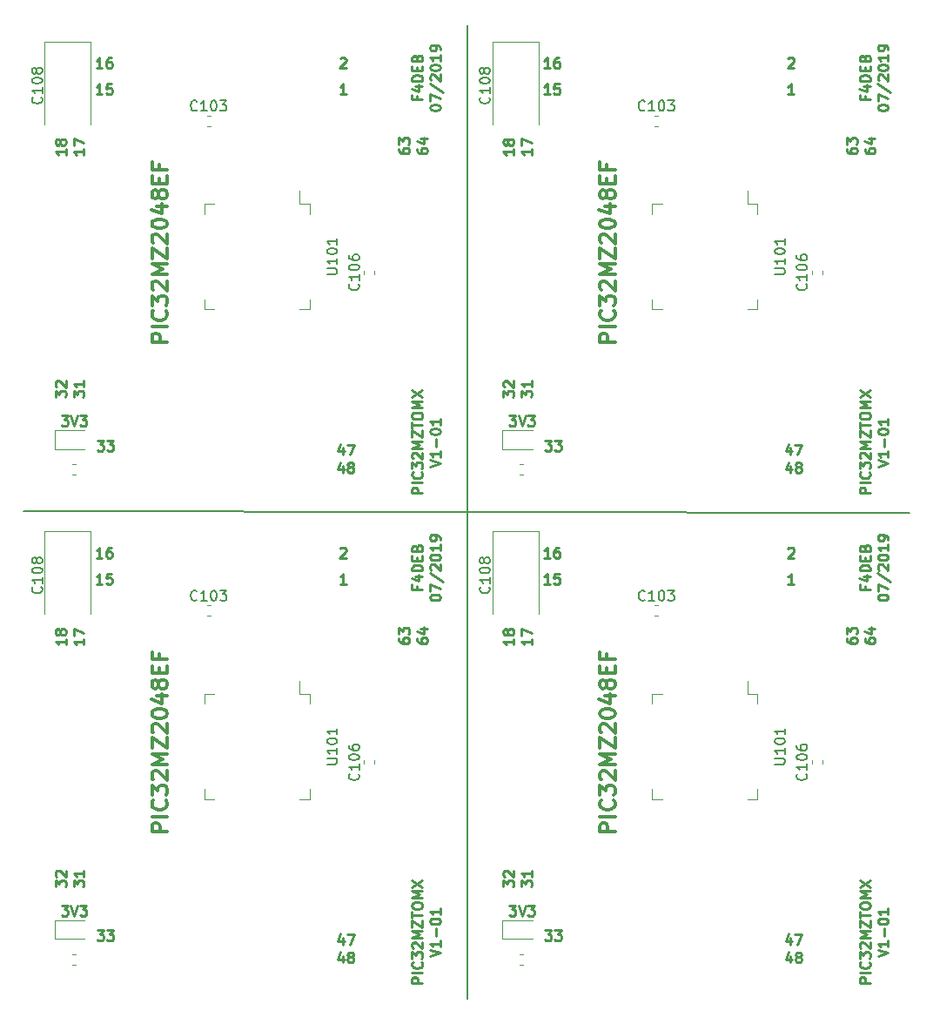
<source format=gto>
G04 #@! TF.GenerationSoftware,KiCad,Pcbnew,5.0.2+dfsg1-1~bpo9+1*
G04 #@! TF.CreationDate,2019-09-20T22:33:43+02:00*
G04 #@! TF.ProjectId,PIC32MZTOMX,50494333-324d-45a5-944f-4d582e6b6963,rev?*
G04 #@! TF.SameCoordinates,Original*
G04 #@! TF.FileFunction,Legend,Top*
G04 #@! TF.FilePolarity,Positive*
%FSLAX46Y46*%
G04 Gerber Fmt 4.6, Leading zero omitted, Abs format (unit mm)*
G04 Created by KiCad (PCBNEW 5.0.2+dfsg1-1~bpo9+1) date ven. 20 sept. 2019 22:33:43 CEST*
%MOMM*%
%LPD*%
G01*
G04 APERTURE LIST*
%ADD10C,0.200000*%
%ADD11C,0.250000*%
%ADD12C,0.300000*%
%ADD13C,0.120000*%
%ADD14C,0.150000*%
G04 APERTURE END LIST*
D10*
X126746000Y-108712000D02*
X212979000Y-108839000D01*
X169926000Y-61468000D02*
X169926000Y-156083000D01*
D11*
X157575285Y-112323619D02*
X157622904Y-112276000D01*
X157718142Y-112228380D01*
X157956238Y-112228380D01*
X158051476Y-112276000D01*
X158099095Y-112323619D01*
X158146714Y-112418857D01*
X158146714Y-112514095D01*
X158099095Y-112656952D01*
X157527666Y-113228380D01*
X158146714Y-113228380D01*
X158146714Y-115768380D02*
X157575285Y-115768380D01*
X157861000Y-115768380D02*
X157861000Y-114768380D01*
X157765761Y-114911238D01*
X157670523Y-115006476D01*
X157575285Y-115054095D01*
X130460904Y-147026380D02*
X131079952Y-147026380D01*
X130746619Y-147407333D01*
X130889476Y-147407333D01*
X130984714Y-147454952D01*
X131032333Y-147502571D01*
X131079952Y-147597809D01*
X131079952Y-147835904D01*
X131032333Y-147931142D01*
X130984714Y-147978761D01*
X130889476Y-148026380D01*
X130603761Y-148026380D01*
X130508523Y-147978761D01*
X130460904Y-147931142D01*
X131365666Y-147026380D02*
X131699000Y-148026380D01*
X132032333Y-147026380D01*
X132270428Y-147026380D02*
X132889476Y-147026380D01*
X132556142Y-147407333D01*
X132699000Y-147407333D01*
X132794238Y-147454952D01*
X132841857Y-147502571D01*
X132889476Y-147597809D01*
X132889476Y-147835904D01*
X132841857Y-147931142D01*
X132794238Y-147978761D01*
X132699000Y-148026380D01*
X132413285Y-148026380D01*
X132318047Y-147978761D01*
X132270428Y-147931142D01*
X165566380Y-154558380D02*
X164566380Y-154558380D01*
X164566380Y-154177428D01*
X164614000Y-154082190D01*
X164661619Y-154034571D01*
X164756857Y-153986952D01*
X164899714Y-153986952D01*
X164994952Y-154034571D01*
X165042571Y-154082190D01*
X165090190Y-154177428D01*
X165090190Y-154558380D01*
X165566380Y-153558380D02*
X164566380Y-153558380D01*
X165471142Y-152510761D02*
X165518761Y-152558380D01*
X165566380Y-152701238D01*
X165566380Y-152796476D01*
X165518761Y-152939333D01*
X165423523Y-153034571D01*
X165328285Y-153082190D01*
X165137809Y-153129809D01*
X164994952Y-153129809D01*
X164804476Y-153082190D01*
X164709238Y-153034571D01*
X164614000Y-152939333D01*
X164566380Y-152796476D01*
X164566380Y-152701238D01*
X164614000Y-152558380D01*
X164661619Y-152510761D01*
X164566380Y-152177428D02*
X164566380Y-151558380D01*
X164947333Y-151891714D01*
X164947333Y-151748857D01*
X164994952Y-151653619D01*
X165042571Y-151606000D01*
X165137809Y-151558380D01*
X165375904Y-151558380D01*
X165471142Y-151606000D01*
X165518761Y-151653619D01*
X165566380Y-151748857D01*
X165566380Y-152034571D01*
X165518761Y-152129809D01*
X165471142Y-152177428D01*
X164661619Y-151177428D02*
X164614000Y-151129809D01*
X164566380Y-151034571D01*
X164566380Y-150796476D01*
X164614000Y-150701238D01*
X164661619Y-150653619D01*
X164756857Y-150606000D01*
X164852095Y-150606000D01*
X164994952Y-150653619D01*
X165566380Y-151225047D01*
X165566380Y-150606000D01*
X165566380Y-150177428D02*
X164566380Y-150177428D01*
X165280666Y-149844095D01*
X164566380Y-149510761D01*
X165566380Y-149510761D01*
X164566380Y-149129809D02*
X164566380Y-148463142D01*
X165566380Y-149129809D01*
X165566380Y-148463142D01*
X164566380Y-148225047D02*
X164566380Y-147653619D01*
X165566380Y-147939333D02*
X164566380Y-147939333D01*
X164566380Y-147129809D02*
X164566380Y-146939333D01*
X164614000Y-146844095D01*
X164709238Y-146748857D01*
X164899714Y-146701238D01*
X165233047Y-146701238D01*
X165423523Y-146748857D01*
X165518761Y-146844095D01*
X165566380Y-146939333D01*
X165566380Y-147129809D01*
X165518761Y-147225047D01*
X165423523Y-147320285D01*
X165233047Y-147367904D01*
X164899714Y-147367904D01*
X164709238Y-147320285D01*
X164614000Y-147225047D01*
X164566380Y-147129809D01*
X165566380Y-146272666D02*
X164566380Y-146272666D01*
X165280666Y-145939333D01*
X164566380Y-145606000D01*
X165566380Y-145606000D01*
X164566380Y-145225047D02*
X165566380Y-144558380D01*
X164566380Y-144558380D02*
X165566380Y-145225047D01*
X166316380Y-151986952D02*
X167316380Y-151653619D01*
X166316380Y-151320285D01*
X167316380Y-150463142D02*
X167316380Y-151034571D01*
X167316380Y-150748857D02*
X166316380Y-150748857D01*
X166459238Y-150844095D01*
X166554476Y-150939333D01*
X166602095Y-151034571D01*
X166935428Y-150034571D02*
X166935428Y-149272666D01*
X166316380Y-148606000D02*
X166316380Y-148510761D01*
X166364000Y-148415523D01*
X166411619Y-148367904D01*
X166506857Y-148320285D01*
X166697333Y-148272666D01*
X166935428Y-148272666D01*
X167125904Y-148320285D01*
X167221142Y-148367904D01*
X167268761Y-148415523D01*
X167316380Y-148510761D01*
X167316380Y-148606000D01*
X167268761Y-148701238D01*
X167221142Y-148748857D01*
X167125904Y-148796476D01*
X166935428Y-148844095D01*
X166697333Y-148844095D01*
X166506857Y-148796476D01*
X166411619Y-148748857D01*
X166364000Y-148701238D01*
X166316380Y-148606000D01*
X167316380Y-147320285D02*
X167316380Y-147891714D01*
X167316380Y-147606000D02*
X166316380Y-147606000D01*
X166459238Y-147701238D01*
X166554476Y-147796476D01*
X166602095Y-147891714D01*
X165042571Y-115958714D02*
X165042571Y-116292047D01*
X165566380Y-116292047D02*
X164566380Y-116292047D01*
X164566380Y-115815857D01*
X164899714Y-115006333D02*
X165566380Y-115006333D01*
X164518761Y-115244428D02*
X165233047Y-115482523D01*
X165233047Y-114863476D01*
X165566380Y-114482523D02*
X164566380Y-114482523D01*
X164566380Y-114244428D01*
X164614000Y-114101571D01*
X164709238Y-114006333D01*
X164804476Y-113958714D01*
X164994952Y-113911095D01*
X165137809Y-113911095D01*
X165328285Y-113958714D01*
X165423523Y-114006333D01*
X165518761Y-114101571D01*
X165566380Y-114244428D01*
X165566380Y-114482523D01*
X165042571Y-113482523D02*
X165042571Y-113149190D01*
X165566380Y-113006333D02*
X165566380Y-113482523D01*
X164566380Y-113482523D01*
X164566380Y-113006333D01*
X165042571Y-112244428D02*
X165090190Y-112101571D01*
X165137809Y-112053952D01*
X165233047Y-112006333D01*
X165375904Y-112006333D01*
X165471142Y-112053952D01*
X165518761Y-112101571D01*
X165566380Y-112196809D01*
X165566380Y-112577761D01*
X164566380Y-112577761D01*
X164566380Y-112244428D01*
X164614000Y-112149190D01*
X164661619Y-112101571D01*
X164756857Y-112053952D01*
X164852095Y-112053952D01*
X164947333Y-112101571D01*
X164994952Y-112149190D01*
X165042571Y-112244428D01*
X165042571Y-112577761D01*
X166316380Y-117125380D02*
X166316380Y-117030142D01*
X166364000Y-116934904D01*
X166411619Y-116887285D01*
X166506857Y-116839666D01*
X166697333Y-116792047D01*
X166935428Y-116792047D01*
X167125904Y-116839666D01*
X167221142Y-116887285D01*
X167268761Y-116934904D01*
X167316380Y-117030142D01*
X167316380Y-117125380D01*
X167268761Y-117220619D01*
X167221142Y-117268238D01*
X167125904Y-117315857D01*
X166935428Y-117363476D01*
X166697333Y-117363476D01*
X166506857Y-117315857D01*
X166411619Y-117268238D01*
X166364000Y-117220619D01*
X166316380Y-117125380D01*
X166316380Y-116458714D02*
X166316380Y-115792047D01*
X167316380Y-116220619D01*
X166268761Y-114696809D02*
X167554476Y-115553952D01*
X166411619Y-114411095D02*
X166364000Y-114363476D01*
X166316380Y-114268238D01*
X166316380Y-114030142D01*
X166364000Y-113934904D01*
X166411619Y-113887285D01*
X166506857Y-113839666D01*
X166602095Y-113839666D01*
X166744952Y-113887285D01*
X167316380Y-114458714D01*
X167316380Y-113839666D01*
X166316380Y-113220619D02*
X166316380Y-113125380D01*
X166364000Y-113030142D01*
X166411619Y-112982523D01*
X166506857Y-112934904D01*
X166697333Y-112887285D01*
X166935428Y-112887285D01*
X167125904Y-112934904D01*
X167221142Y-112982523D01*
X167268761Y-113030142D01*
X167316380Y-113125380D01*
X167316380Y-113220619D01*
X167268761Y-113315857D01*
X167221142Y-113363476D01*
X167125904Y-113411095D01*
X166935428Y-113458714D01*
X166697333Y-113458714D01*
X166506857Y-113411095D01*
X166411619Y-113363476D01*
X166364000Y-113315857D01*
X166316380Y-113220619D01*
X167316380Y-111934904D02*
X167316380Y-112506333D01*
X167316380Y-112220619D02*
X166316380Y-112220619D01*
X166459238Y-112315857D01*
X166554476Y-112411095D01*
X166602095Y-112506333D01*
X167316380Y-111458714D02*
X167316380Y-111268238D01*
X167268761Y-111173000D01*
X167221142Y-111125380D01*
X167078285Y-111030142D01*
X166887809Y-110982523D01*
X166506857Y-110982523D01*
X166411619Y-111030142D01*
X166364000Y-111077761D01*
X166316380Y-111173000D01*
X166316380Y-111363476D01*
X166364000Y-111458714D01*
X166411619Y-111506333D01*
X166506857Y-111553952D01*
X166744952Y-111553952D01*
X166840190Y-111506333D01*
X166887809Y-111458714D01*
X166935428Y-111363476D01*
X166935428Y-111173000D01*
X166887809Y-111077761D01*
X166840190Y-111030142D01*
X166744952Y-110982523D01*
X134429523Y-115768380D02*
X133858095Y-115768380D01*
X134143809Y-115768380D02*
X134143809Y-114768380D01*
X134048571Y-114911238D01*
X133953333Y-115006476D01*
X133858095Y-115054095D01*
X135334285Y-114768380D02*
X134858095Y-114768380D01*
X134810476Y-115244571D01*
X134858095Y-115196952D01*
X134953333Y-115149333D01*
X135191428Y-115149333D01*
X135286666Y-115196952D01*
X135334285Y-115244571D01*
X135381904Y-115339809D01*
X135381904Y-115577904D01*
X135334285Y-115673142D01*
X135286666Y-115720761D01*
X135191428Y-115768380D01*
X134953333Y-115768380D01*
X134858095Y-115720761D01*
X134810476Y-115673142D01*
D12*
X140759571Y-139869571D02*
X139259571Y-139869571D01*
X139259571Y-139298142D01*
X139331000Y-139155285D01*
X139402428Y-139083857D01*
X139545285Y-139012428D01*
X139759571Y-139012428D01*
X139902428Y-139083857D01*
X139973857Y-139155285D01*
X140045285Y-139298142D01*
X140045285Y-139869571D01*
X140759571Y-138369571D02*
X139259571Y-138369571D01*
X140616714Y-136798142D02*
X140688142Y-136869571D01*
X140759571Y-137083857D01*
X140759571Y-137226714D01*
X140688142Y-137441000D01*
X140545285Y-137583857D01*
X140402428Y-137655285D01*
X140116714Y-137726714D01*
X139902428Y-137726714D01*
X139616714Y-137655285D01*
X139473857Y-137583857D01*
X139331000Y-137441000D01*
X139259571Y-137226714D01*
X139259571Y-137083857D01*
X139331000Y-136869571D01*
X139402428Y-136798142D01*
X139259571Y-136298142D02*
X139259571Y-135369571D01*
X139831000Y-135869571D01*
X139831000Y-135655285D01*
X139902428Y-135512428D01*
X139973857Y-135441000D01*
X140116714Y-135369571D01*
X140473857Y-135369571D01*
X140616714Y-135441000D01*
X140688142Y-135512428D01*
X140759571Y-135655285D01*
X140759571Y-136083857D01*
X140688142Y-136226714D01*
X140616714Y-136298142D01*
X139402428Y-134798142D02*
X139331000Y-134726714D01*
X139259571Y-134583857D01*
X139259571Y-134226714D01*
X139331000Y-134083857D01*
X139402428Y-134012428D01*
X139545285Y-133941000D01*
X139688142Y-133941000D01*
X139902428Y-134012428D01*
X140759571Y-134869571D01*
X140759571Y-133941000D01*
X140759571Y-133298142D02*
X139259571Y-133298142D01*
X140331000Y-132798142D01*
X139259571Y-132298142D01*
X140759571Y-132298142D01*
X139259571Y-131726714D02*
X139259571Y-130726714D01*
X140759571Y-131726714D01*
X140759571Y-130726714D01*
X139402428Y-130226714D02*
X139331000Y-130155285D01*
X139259571Y-130012428D01*
X139259571Y-129655285D01*
X139331000Y-129512428D01*
X139402428Y-129441000D01*
X139545285Y-129369571D01*
X139688142Y-129369571D01*
X139902428Y-129441000D01*
X140759571Y-130298142D01*
X140759571Y-129369571D01*
X139259571Y-128441000D02*
X139259571Y-128298142D01*
X139331000Y-128155285D01*
X139402428Y-128083857D01*
X139545285Y-128012428D01*
X139831000Y-127941000D01*
X140188142Y-127941000D01*
X140473857Y-128012428D01*
X140616714Y-128083857D01*
X140688142Y-128155285D01*
X140759571Y-128298142D01*
X140759571Y-128441000D01*
X140688142Y-128583857D01*
X140616714Y-128655285D01*
X140473857Y-128726714D01*
X140188142Y-128798142D01*
X139831000Y-128798142D01*
X139545285Y-128726714D01*
X139402428Y-128655285D01*
X139331000Y-128583857D01*
X139259571Y-128441000D01*
X139759571Y-126655285D02*
X140759571Y-126655285D01*
X139188142Y-127012428D02*
X140259571Y-127369571D01*
X140259571Y-126441000D01*
X139902428Y-125655285D02*
X139831000Y-125798142D01*
X139759571Y-125869571D01*
X139616714Y-125941000D01*
X139545285Y-125941000D01*
X139402428Y-125869571D01*
X139331000Y-125798142D01*
X139259571Y-125655285D01*
X139259571Y-125369571D01*
X139331000Y-125226714D01*
X139402428Y-125155285D01*
X139545285Y-125083857D01*
X139616714Y-125083857D01*
X139759571Y-125155285D01*
X139831000Y-125226714D01*
X139902428Y-125369571D01*
X139902428Y-125655285D01*
X139973857Y-125798142D01*
X140045285Y-125869571D01*
X140188142Y-125941000D01*
X140473857Y-125941000D01*
X140616714Y-125869571D01*
X140688142Y-125798142D01*
X140759571Y-125655285D01*
X140759571Y-125369571D01*
X140688142Y-125226714D01*
X140616714Y-125155285D01*
X140473857Y-125083857D01*
X140188142Y-125083857D01*
X140045285Y-125155285D01*
X139973857Y-125226714D01*
X139902428Y-125369571D01*
X139973857Y-124441000D02*
X139973857Y-123941000D01*
X140759571Y-123726714D02*
X140759571Y-124441000D01*
X139259571Y-124441000D01*
X139259571Y-123726714D01*
X139973857Y-122583857D02*
X139973857Y-123083857D01*
X140759571Y-123083857D02*
X139259571Y-123083857D01*
X139259571Y-122369571D01*
D11*
X163296380Y-121062714D02*
X163296380Y-121253190D01*
X163344000Y-121348428D01*
X163391619Y-121396047D01*
X163534476Y-121491285D01*
X163724952Y-121538904D01*
X164105904Y-121538904D01*
X164201142Y-121491285D01*
X164248761Y-121443666D01*
X164296380Y-121348428D01*
X164296380Y-121157952D01*
X164248761Y-121062714D01*
X164201142Y-121015095D01*
X164105904Y-120967476D01*
X163867809Y-120967476D01*
X163772571Y-121015095D01*
X163724952Y-121062714D01*
X163677333Y-121157952D01*
X163677333Y-121348428D01*
X163724952Y-121443666D01*
X163772571Y-121491285D01*
X163867809Y-121538904D01*
X163296380Y-120634142D02*
X163296380Y-120015095D01*
X163677333Y-120348428D01*
X163677333Y-120205571D01*
X163724952Y-120110333D01*
X163772571Y-120062714D01*
X163867809Y-120015095D01*
X164105904Y-120015095D01*
X164201142Y-120062714D01*
X164248761Y-120110333D01*
X164296380Y-120205571D01*
X164296380Y-120491285D01*
X164248761Y-120586523D01*
X164201142Y-120634142D01*
X165046380Y-121062714D02*
X165046380Y-121253190D01*
X165094000Y-121348428D01*
X165141619Y-121396047D01*
X165284476Y-121491285D01*
X165474952Y-121538904D01*
X165855904Y-121538904D01*
X165951142Y-121491285D01*
X165998761Y-121443666D01*
X166046380Y-121348428D01*
X166046380Y-121157952D01*
X165998761Y-121062714D01*
X165951142Y-121015095D01*
X165855904Y-120967476D01*
X165617809Y-120967476D01*
X165522571Y-121015095D01*
X165474952Y-121062714D01*
X165427333Y-121157952D01*
X165427333Y-121348428D01*
X165474952Y-121443666D01*
X165522571Y-121491285D01*
X165617809Y-121538904D01*
X165379714Y-120110333D02*
X166046380Y-120110333D01*
X164998761Y-120348428D02*
X165713047Y-120586523D01*
X165713047Y-119967476D01*
X157829285Y-150167714D02*
X157829285Y-150834380D01*
X157591190Y-149786761D02*
X157353095Y-150501047D01*
X157972142Y-150501047D01*
X158257857Y-149834380D02*
X158924523Y-149834380D01*
X158495952Y-150834380D01*
X157829285Y-151917714D02*
X157829285Y-152584380D01*
X157591190Y-151536761D02*
X157353095Y-152251047D01*
X157972142Y-152251047D01*
X158495952Y-152012952D02*
X158400714Y-151965333D01*
X158353095Y-151917714D01*
X158305476Y-151822476D01*
X158305476Y-151774857D01*
X158353095Y-151679619D01*
X158400714Y-151632000D01*
X158495952Y-151584380D01*
X158686428Y-151584380D01*
X158781666Y-151632000D01*
X158829285Y-151679619D01*
X158876904Y-151774857D01*
X158876904Y-151822476D01*
X158829285Y-151917714D01*
X158781666Y-151965333D01*
X158686428Y-152012952D01*
X158495952Y-152012952D01*
X158400714Y-152060571D01*
X158353095Y-152108190D01*
X158305476Y-152203428D01*
X158305476Y-152393904D01*
X158353095Y-152489142D01*
X158400714Y-152536761D01*
X158495952Y-152584380D01*
X158686428Y-152584380D01*
X158781666Y-152536761D01*
X158829285Y-152489142D01*
X158876904Y-152393904D01*
X158876904Y-152203428D01*
X158829285Y-152108190D01*
X158781666Y-152060571D01*
X158686428Y-152012952D01*
X133937476Y-149439380D02*
X134556523Y-149439380D01*
X134223190Y-149820333D01*
X134366047Y-149820333D01*
X134461285Y-149867952D01*
X134508904Y-149915571D01*
X134556523Y-150010809D01*
X134556523Y-150248904D01*
X134508904Y-150344142D01*
X134461285Y-150391761D01*
X134366047Y-150439380D01*
X134080333Y-150439380D01*
X133985095Y-150391761D01*
X133937476Y-150344142D01*
X134889857Y-149439380D02*
X135508904Y-149439380D01*
X135175571Y-149820333D01*
X135318428Y-149820333D01*
X135413666Y-149867952D01*
X135461285Y-149915571D01*
X135508904Y-150010809D01*
X135508904Y-150248904D01*
X135461285Y-150344142D01*
X135413666Y-150391761D01*
X135318428Y-150439380D01*
X135032714Y-150439380D01*
X134937476Y-150391761D01*
X134889857Y-150344142D01*
X129895380Y-145208523D02*
X129895380Y-144589476D01*
X130276333Y-144922809D01*
X130276333Y-144779952D01*
X130323952Y-144684714D01*
X130371571Y-144637095D01*
X130466809Y-144589476D01*
X130704904Y-144589476D01*
X130800142Y-144637095D01*
X130847761Y-144684714D01*
X130895380Y-144779952D01*
X130895380Y-145065666D01*
X130847761Y-145160904D01*
X130800142Y-145208523D01*
X129990619Y-144208523D02*
X129943000Y-144160904D01*
X129895380Y-144065666D01*
X129895380Y-143827571D01*
X129943000Y-143732333D01*
X129990619Y-143684714D01*
X130085857Y-143637095D01*
X130181095Y-143637095D01*
X130323952Y-143684714D01*
X130895380Y-144256142D01*
X130895380Y-143637095D01*
X131645380Y-145208523D02*
X131645380Y-144589476D01*
X132026333Y-144922809D01*
X132026333Y-144779952D01*
X132073952Y-144684714D01*
X132121571Y-144637095D01*
X132216809Y-144589476D01*
X132454904Y-144589476D01*
X132550142Y-144637095D01*
X132597761Y-144684714D01*
X132645380Y-144779952D01*
X132645380Y-145065666D01*
X132597761Y-145160904D01*
X132550142Y-145208523D01*
X132645380Y-143637095D02*
X132645380Y-144208523D01*
X132645380Y-143922809D02*
X131645380Y-143922809D01*
X131788238Y-144018047D01*
X131883476Y-144113285D01*
X131931095Y-144208523D01*
X130895380Y-121094476D02*
X130895380Y-121665904D01*
X130895380Y-121380190D02*
X129895380Y-121380190D01*
X130038238Y-121475428D01*
X130133476Y-121570666D01*
X130181095Y-121665904D01*
X130323952Y-120523047D02*
X130276333Y-120618285D01*
X130228714Y-120665904D01*
X130133476Y-120713523D01*
X130085857Y-120713523D01*
X129990619Y-120665904D01*
X129943000Y-120618285D01*
X129895380Y-120523047D01*
X129895380Y-120332571D01*
X129943000Y-120237333D01*
X129990619Y-120189714D01*
X130085857Y-120142095D01*
X130133476Y-120142095D01*
X130228714Y-120189714D01*
X130276333Y-120237333D01*
X130323952Y-120332571D01*
X130323952Y-120523047D01*
X130371571Y-120618285D01*
X130419190Y-120665904D01*
X130514428Y-120713523D01*
X130704904Y-120713523D01*
X130800142Y-120665904D01*
X130847761Y-120618285D01*
X130895380Y-120523047D01*
X130895380Y-120332571D01*
X130847761Y-120237333D01*
X130800142Y-120189714D01*
X130704904Y-120142095D01*
X130514428Y-120142095D01*
X130419190Y-120189714D01*
X130371571Y-120237333D01*
X130323952Y-120332571D01*
X132645380Y-121094476D02*
X132645380Y-121665904D01*
X132645380Y-121380190D02*
X131645380Y-121380190D01*
X131788238Y-121475428D01*
X131883476Y-121570666D01*
X131931095Y-121665904D01*
X131645380Y-120761142D02*
X131645380Y-120094476D01*
X132645380Y-120523047D01*
X134429523Y-113228380D02*
X133858095Y-113228380D01*
X134143809Y-113228380D02*
X134143809Y-112228380D01*
X134048571Y-112371238D01*
X133953333Y-112466476D01*
X133858095Y-112514095D01*
X135286666Y-112228380D02*
X135096190Y-112228380D01*
X135000952Y-112276000D01*
X134953333Y-112323619D01*
X134858095Y-112466476D01*
X134810476Y-112656952D01*
X134810476Y-113037904D01*
X134858095Y-113133142D01*
X134905714Y-113180761D01*
X135000952Y-113228380D01*
X135191428Y-113228380D01*
X135286666Y-113180761D01*
X135334285Y-113133142D01*
X135381904Y-113037904D01*
X135381904Y-112799809D01*
X135334285Y-112704571D01*
X135286666Y-112656952D01*
X135191428Y-112609333D01*
X135000952Y-112609333D01*
X134905714Y-112656952D01*
X134858095Y-112704571D01*
X134810476Y-112799809D01*
X177990523Y-115768380D02*
X177419095Y-115768380D01*
X177704809Y-115768380D02*
X177704809Y-114768380D01*
X177609571Y-114911238D01*
X177514333Y-115006476D01*
X177419095Y-115054095D01*
X178895285Y-114768380D02*
X178419095Y-114768380D01*
X178371476Y-115244571D01*
X178419095Y-115196952D01*
X178514333Y-115149333D01*
X178752428Y-115149333D01*
X178847666Y-115196952D01*
X178895285Y-115244571D01*
X178942904Y-115339809D01*
X178942904Y-115577904D01*
X178895285Y-115673142D01*
X178847666Y-115720761D01*
X178752428Y-115768380D01*
X178514333Y-115768380D01*
X178419095Y-115720761D01*
X178371476Y-115673142D01*
D12*
X184320571Y-139869571D02*
X182820571Y-139869571D01*
X182820571Y-139298142D01*
X182892000Y-139155285D01*
X182963428Y-139083857D01*
X183106285Y-139012428D01*
X183320571Y-139012428D01*
X183463428Y-139083857D01*
X183534857Y-139155285D01*
X183606285Y-139298142D01*
X183606285Y-139869571D01*
X184320571Y-138369571D02*
X182820571Y-138369571D01*
X184177714Y-136798142D02*
X184249142Y-136869571D01*
X184320571Y-137083857D01*
X184320571Y-137226714D01*
X184249142Y-137441000D01*
X184106285Y-137583857D01*
X183963428Y-137655285D01*
X183677714Y-137726714D01*
X183463428Y-137726714D01*
X183177714Y-137655285D01*
X183034857Y-137583857D01*
X182892000Y-137441000D01*
X182820571Y-137226714D01*
X182820571Y-137083857D01*
X182892000Y-136869571D01*
X182963428Y-136798142D01*
X182820571Y-136298142D02*
X182820571Y-135369571D01*
X183392000Y-135869571D01*
X183392000Y-135655285D01*
X183463428Y-135512428D01*
X183534857Y-135441000D01*
X183677714Y-135369571D01*
X184034857Y-135369571D01*
X184177714Y-135441000D01*
X184249142Y-135512428D01*
X184320571Y-135655285D01*
X184320571Y-136083857D01*
X184249142Y-136226714D01*
X184177714Y-136298142D01*
X182963428Y-134798142D02*
X182892000Y-134726714D01*
X182820571Y-134583857D01*
X182820571Y-134226714D01*
X182892000Y-134083857D01*
X182963428Y-134012428D01*
X183106285Y-133941000D01*
X183249142Y-133941000D01*
X183463428Y-134012428D01*
X184320571Y-134869571D01*
X184320571Y-133941000D01*
X184320571Y-133298142D02*
X182820571Y-133298142D01*
X183892000Y-132798142D01*
X182820571Y-132298142D01*
X184320571Y-132298142D01*
X182820571Y-131726714D02*
X182820571Y-130726714D01*
X184320571Y-131726714D01*
X184320571Y-130726714D01*
X182963428Y-130226714D02*
X182892000Y-130155285D01*
X182820571Y-130012428D01*
X182820571Y-129655285D01*
X182892000Y-129512428D01*
X182963428Y-129441000D01*
X183106285Y-129369571D01*
X183249142Y-129369571D01*
X183463428Y-129441000D01*
X184320571Y-130298142D01*
X184320571Y-129369571D01*
X182820571Y-128441000D02*
X182820571Y-128298142D01*
X182892000Y-128155285D01*
X182963428Y-128083857D01*
X183106285Y-128012428D01*
X183392000Y-127941000D01*
X183749142Y-127941000D01*
X184034857Y-128012428D01*
X184177714Y-128083857D01*
X184249142Y-128155285D01*
X184320571Y-128298142D01*
X184320571Y-128441000D01*
X184249142Y-128583857D01*
X184177714Y-128655285D01*
X184034857Y-128726714D01*
X183749142Y-128798142D01*
X183392000Y-128798142D01*
X183106285Y-128726714D01*
X182963428Y-128655285D01*
X182892000Y-128583857D01*
X182820571Y-128441000D01*
X183320571Y-126655285D02*
X184320571Y-126655285D01*
X182749142Y-127012428D02*
X183820571Y-127369571D01*
X183820571Y-126441000D01*
X183463428Y-125655285D02*
X183392000Y-125798142D01*
X183320571Y-125869571D01*
X183177714Y-125941000D01*
X183106285Y-125941000D01*
X182963428Y-125869571D01*
X182892000Y-125798142D01*
X182820571Y-125655285D01*
X182820571Y-125369571D01*
X182892000Y-125226714D01*
X182963428Y-125155285D01*
X183106285Y-125083857D01*
X183177714Y-125083857D01*
X183320571Y-125155285D01*
X183392000Y-125226714D01*
X183463428Y-125369571D01*
X183463428Y-125655285D01*
X183534857Y-125798142D01*
X183606285Y-125869571D01*
X183749142Y-125941000D01*
X184034857Y-125941000D01*
X184177714Y-125869571D01*
X184249142Y-125798142D01*
X184320571Y-125655285D01*
X184320571Y-125369571D01*
X184249142Y-125226714D01*
X184177714Y-125155285D01*
X184034857Y-125083857D01*
X183749142Y-125083857D01*
X183606285Y-125155285D01*
X183534857Y-125226714D01*
X183463428Y-125369571D01*
X183534857Y-124441000D02*
X183534857Y-123941000D01*
X184320571Y-123726714D02*
X184320571Y-124441000D01*
X182820571Y-124441000D01*
X182820571Y-123726714D01*
X183534857Y-122583857D02*
X183534857Y-123083857D01*
X184320571Y-123083857D02*
X182820571Y-123083857D01*
X182820571Y-122369571D01*
D11*
X206857380Y-121062714D02*
X206857380Y-121253190D01*
X206905000Y-121348428D01*
X206952619Y-121396047D01*
X207095476Y-121491285D01*
X207285952Y-121538904D01*
X207666904Y-121538904D01*
X207762142Y-121491285D01*
X207809761Y-121443666D01*
X207857380Y-121348428D01*
X207857380Y-121157952D01*
X207809761Y-121062714D01*
X207762142Y-121015095D01*
X207666904Y-120967476D01*
X207428809Y-120967476D01*
X207333571Y-121015095D01*
X207285952Y-121062714D01*
X207238333Y-121157952D01*
X207238333Y-121348428D01*
X207285952Y-121443666D01*
X207333571Y-121491285D01*
X207428809Y-121538904D01*
X206857380Y-120634142D02*
X206857380Y-120015095D01*
X207238333Y-120348428D01*
X207238333Y-120205571D01*
X207285952Y-120110333D01*
X207333571Y-120062714D01*
X207428809Y-120015095D01*
X207666904Y-120015095D01*
X207762142Y-120062714D01*
X207809761Y-120110333D01*
X207857380Y-120205571D01*
X207857380Y-120491285D01*
X207809761Y-120586523D01*
X207762142Y-120634142D01*
X208607380Y-121062714D02*
X208607380Y-121253190D01*
X208655000Y-121348428D01*
X208702619Y-121396047D01*
X208845476Y-121491285D01*
X209035952Y-121538904D01*
X209416904Y-121538904D01*
X209512142Y-121491285D01*
X209559761Y-121443666D01*
X209607380Y-121348428D01*
X209607380Y-121157952D01*
X209559761Y-121062714D01*
X209512142Y-121015095D01*
X209416904Y-120967476D01*
X209178809Y-120967476D01*
X209083571Y-121015095D01*
X209035952Y-121062714D01*
X208988333Y-121157952D01*
X208988333Y-121348428D01*
X209035952Y-121443666D01*
X209083571Y-121491285D01*
X209178809Y-121538904D01*
X208940714Y-120110333D02*
X209607380Y-120110333D01*
X208559761Y-120348428D02*
X209274047Y-120586523D01*
X209274047Y-119967476D01*
X201390285Y-150167714D02*
X201390285Y-150834380D01*
X201152190Y-149786761D02*
X200914095Y-150501047D01*
X201533142Y-150501047D01*
X201818857Y-149834380D02*
X202485523Y-149834380D01*
X202056952Y-150834380D01*
X201390285Y-151917714D02*
X201390285Y-152584380D01*
X201152190Y-151536761D02*
X200914095Y-152251047D01*
X201533142Y-152251047D01*
X202056952Y-152012952D02*
X201961714Y-151965333D01*
X201914095Y-151917714D01*
X201866476Y-151822476D01*
X201866476Y-151774857D01*
X201914095Y-151679619D01*
X201961714Y-151632000D01*
X202056952Y-151584380D01*
X202247428Y-151584380D01*
X202342666Y-151632000D01*
X202390285Y-151679619D01*
X202437904Y-151774857D01*
X202437904Y-151822476D01*
X202390285Y-151917714D01*
X202342666Y-151965333D01*
X202247428Y-152012952D01*
X202056952Y-152012952D01*
X201961714Y-152060571D01*
X201914095Y-152108190D01*
X201866476Y-152203428D01*
X201866476Y-152393904D01*
X201914095Y-152489142D01*
X201961714Y-152536761D01*
X202056952Y-152584380D01*
X202247428Y-152584380D01*
X202342666Y-152536761D01*
X202390285Y-152489142D01*
X202437904Y-152393904D01*
X202437904Y-152203428D01*
X202390285Y-152108190D01*
X202342666Y-152060571D01*
X202247428Y-152012952D01*
X174021904Y-147026380D02*
X174640952Y-147026380D01*
X174307619Y-147407333D01*
X174450476Y-147407333D01*
X174545714Y-147454952D01*
X174593333Y-147502571D01*
X174640952Y-147597809D01*
X174640952Y-147835904D01*
X174593333Y-147931142D01*
X174545714Y-147978761D01*
X174450476Y-148026380D01*
X174164761Y-148026380D01*
X174069523Y-147978761D01*
X174021904Y-147931142D01*
X174926666Y-147026380D02*
X175260000Y-148026380D01*
X175593333Y-147026380D01*
X175831428Y-147026380D02*
X176450476Y-147026380D01*
X176117142Y-147407333D01*
X176260000Y-147407333D01*
X176355238Y-147454952D01*
X176402857Y-147502571D01*
X176450476Y-147597809D01*
X176450476Y-147835904D01*
X176402857Y-147931142D01*
X176355238Y-147978761D01*
X176260000Y-148026380D01*
X175974285Y-148026380D01*
X175879047Y-147978761D01*
X175831428Y-147931142D01*
X209127380Y-154558380D02*
X208127380Y-154558380D01*
X208127380Y-154177428D01*
X208175000Y-154082190D01*
X208222619Y-154034571D01*
X208317857Y-153986952D01*
X208460714Y-153986952D01*
X208555952Y-154034571D01*
X208603571Y-154082190D01*
X208651190Y-154177428D01*
X208651190Y-154558380D01*
X209127380Y-153558380D02*
X208127380Y-153558380D01*
X209032142Y-152510761D02*
X209079761Y-152558380D01*
X209127380Y-152701238D01*
X209127380Y-152796476D01*
X209079761Y-152939333D01*
X208984523Y-153034571D01*
X208889285Y-153082190D01*
X208698809Y-153129809D01*
X208555952Y-153129809D01*
X208365476Y-153082190D01*
X208270238Y-153034571D01*
X208175000Y-152939333D01*
X208127380Y-152796476D01*
X208127380Y-152701238D01*
X208175000Y-152558380D01*
X208222619Y-152510761D01*
X208127380Y-152177428D02*
X208127380Y-151558380D01*
X208508333Y-151891714D01*
X208508333Y-151748857D01*
X208555952Y-151653619D01*
X208603571Y-151606000D01*
X208698809Y-151558380D01*
X208936904Y-151558380D01*
X209032142Y-151606000D01*
X209079761Y-151653619D01*
X209127380Y-151748857D01*
X209127380Y-152034571D01*
X209079761Y-152129809D01*
X209032142Y-152177428D01*
X208222619Y-151177428D02*
X208175000Y-151129809D01*
X208127380Y-151034571D01*
X208127380Y-150796476D01*
X208175000Y-150701238D01*
X208222619Y-150653619D01*
X208317857Y-150606000D01*
X208413095Y-150606000D01*
X208555952Y-150653619D01*
X209127380Y-151225047D01*
X209127380Y-150606000D01*
X209127380Y-150177428D02*
X208127380Y-150177428D01*
X208841666Y-149844095D01*
X208127380Y-149510761D01*
X209127380Y-149510761D01*
X208127380Y-149129809D02*
X208127380Y-148463142D01*
X209127380Y-149129809D01*
X209127380Y-148463142D01*
X208127380Y-148225047D02*
X208127380Y-147653619D01*
X209127380Y-147939333D02*
X208127380Y-147939333D01*
X208127380Y-147129809D02*
X208127380Y-146939333D01*
X208175000Y-146844095D01*
X208270238Y-146748857D01*
X208460714Y-146701238D01*
X208794047Y-146701238D01*
X208984523Y-146748857D01*
X209079761Y-146844095D01*
X209127380Y-146939333D01*
X209127380Y-147129809D01*
X209079761Y-147225047D01*
X208984523Y-147320285D01*
X208794047Y-147367904D01*
X208460714Y-147367904D01*
X208270238Y-147320285D01*
X208175000Y-147225047D01*
X208127380Y-147129809D01*
X209127380Y-146272666D02*
X208127380Y-146272666D01*
X208841666Y-145939333D01*
X208127380Y-145606000D01*
X209127380Y-145606000D01*
X208127380Y-145225047D02*
X209127380Y-144558380D01*
X208127380Y-144558380D02*
X209127380Y-145225047D01*
X209877380Y-151986952D02*
X210877380Y-151653619D01*
X209877380Y-151320285D01*
X210877380Y-150463142D02*
X210877380Y-151034571D01*
X210877380Y-150748857D02*
X209877380Y-150748857D01*
X210020238Y-150844095D01*
X210115476Y-150939333D01*
X210163095Y-151034571D01*
X210496428Y-150034571D02*
X210496428Y-149272666D01*
X209877380Y-148606000D02*
X209877380Y-148510761D01*
X209925000Y-148415523D01*
X209972619Y-148367904D01*
X210067857Y-148320285D01*
X210258333Y-148272666D01*
X210496428Y-148272666D01*
X210686904Y-148320285D01*
X210782142Y-148367904D01*
X210829761Y-148415523D01*
X210877380Y-148510761D01*
X210877380Y-148606000D01*
X210829761Y-148701238D01*
X210782142Y-148748857D01*
X210686904Y-148796476D01*
X210496428Y-148844095D01*
X210258333Y-148844095D01*
X210067857Y-148796476D01*
X209972619Y-148748857D01*
X209925000Y-148701238D01*
X209877380Y-148606000D01*
X210877380Y-147320285D02*
X210877380Y-147891714D01*
X210877380Y-147606000D02*
X209877380Y-147606000D01*
X210020238Y-147701238D01*
X210115476Y-147796476D01*
X210163095Y-147891714D01*
X208603571Y-115958714D02*
X208603571Y-116292047D01*
X209127380Y-116292047D02*
X208127380Y-116292047D01*
X208127380Y-115815857D01*
X208460714Y-115006333D02*
X209127380Y-115006333D01*
X208079761Y-115244428D02*
X208794047Y-115482523D01*
X208794047Y-114863476D01*
X209127380Y-114482523D02*
X208127380Y-114482523D01*
X208127380Y-114244428D01*
X208175000Y-114101571D01*
X208270238Y-114006333D01*
X208365476Y-113958714D01*
X208555952Y-113911095D01*
X208698809Y-113911095D01*
X208889285Y-113958714D01*
X208984523Y-114006333D01*
X209079761Y-114101571D01*
X209127380Y-114244428D01*
X209127380Y-114482523D01*
X208603571Y-113482523D02*
X208603571Y-113149190D01*
X209127380Y-113006333D02*
X209127380Y-113482523D01*
X208127380Y-113482523D01*
X208127380Y-113006333D01*
X208603571Y-112244428D02*
X208651190Y-112101571D01*
X208698809Y-112053952D01*
X208794047Y-112006333D01*
X208936904Y-112006333D01*
X209032142Y-112053952D01*
X209079761Y-112101571D01*
X209127380Y-112196809D01*
X209127380Y-112577761D01*
X208127380Y-112577761D01*
X208127380Y-112244428D01*
X208175000Y-112149190D01*
X208222619Y-112101571D01*
X208317857Y-112053952D01*
X208413095Y-112053952D01*
X208508333Y-112101571D01*
X208555952Y-112149190D01*
X208603571Y-112244428D01*
X208603571Y-112577761D01*
X209877380Y-117125380D02*
X209877380Y-117030142D01*
X209925000Y-116934904D01*
X209972619Y-116887285D01*
X210067857Y-116839666D01*
X210258333Y-116792047D01*
X210496428Y-116792047D01*
X210686904Y-116839666D01*
X210782142Y-116887285D01*
X210829761Y-116934904D01*
X210877380Y-117030142D01*
X210877380Y-117125380D01*
X210829761Y-117220619D01*
X210782142Y-117268238D01*
X210686904Y-117315857D01*
X210496428Y-117363476D01*
X210258333Y-117363476D01*
X210067857Y-117315857D01*
X209972619Y-117268238D01*
X209925000Y-117220619D01*
X209877380Y-117125380D01*
X209877380Y-116458714D02*
X209877380Y-115792047D01*
X210877380Y-116220619D01*
X209829761Y-114696809D02*
X211115476Y-115553952D01*
X209972619Y-114411095D02*
X209925000Y-114363476D01*
X209877380Y-114268238D01*
X209877380Y-114030142D01*
X209925000Y-113934904D01*
X209972619Y-113887285D01*
X210067857Y-113839666D01*
X210163095Y-113839666D01*
X210305952Y-113887285D01*
X210877380Y-114458714D01*
X210877380Y-113839666D01*
X209877380Y-113220619D02*
X209877380Y-113125380D01*
X209925000Y-113030142D01*
X209972619Y-112982523D01*
X210067857Y-112934904D01*
X210258333Y-112887285D01*
X210496428Y-112887285D01*
X210686904Y-112934904D01*
X210782142Y-112982523D01*
X210829761Y-113030142D01*
X210877380Y-113125380D01*
X210877380Y-113220619D01*
X210829761Y-113315857D01*
X210782142Y-113363476D01*
X210686904Y-113411095D01*
X210496428Y-113458714D01*
X210258333Y-113458714D01*
X210067857Y-113411095D01*
X209972619Y-113363476D01*
X209925000Y-113315857D01*
X209877380Y-113220619D01*
X210877380Y-111934904D02*
X210877380Y-112506333D01*
X210877380Y-112220619D02*
X209877380Y-112220619D01*
X210020238Y-112315857D01*
X210115476Y-112411095D01*
X210163095Y-112506333D01*
X210877380Y-111458714D02*
X210877380Y-111268238D01*
X210829761Y-111173000D01*
X210782142Y-111125380D01*
X210639285Y-111030142D01*
X210448809Y-110982523D01*
X210067857Y-110982523D01*
X209972619Y-111030142D01*
X209925000Y-111077761D01*
X209877380Y-111173000D01*
X209877380Y-111363476D01*
X209925000Y-111458714D01*
X209972619Y-111506333D01*
X210067857Y-111553952D01*
X210305952Y-111553952D01*
X210401190Y-111506333D01*
X210448809Y-111458714D01*
X210496428Y-111363476D01*
X210496428Y-111173000D01*
X210448809Y-111077761D01*
X210401190Y-111030142D01*
X210305952Y-110982523D01*
X177498476Y-149439380D02*
X178117523Y-149439380D01*
X177784190Y-149820333D01*
X177927047Y-149820333D01*
X178022285Y-149867952D01*
X178069904Y-149915571D01*
X178117523Y-150010809D01*
X178117523Y-150248904D01*
X178069904Y-150344142D01*
X178022285Y-150391761D01*
X177927047Y-150439380D01*
X177641333Y-150439380D01*
X177546095Y-150391761D01*
X177498476Y-150344142D01*
X178450857Y-149439380D02*
X179069904Y-149439380D01*
X178736571Y-149820333D01*
X178879428Y-149820333D01*
X178974666Y-149867952D01*
X179022285Y-149915571D01*
X179069904Y-150010809D01*
X179069904Y-150248904D01*
X179022285Y-150344142D01*
X178974666Y-150391761D01*
X178879428Y-150439380D01*
X178593714Y-150439380D01*
X178498476Y-150391761D01*
X178450857Y-150344142D01*
X173456380Y-145208523D02*
X173456380Y-144589476D01*
X173837333Y-144922809D01*
X173837333Y-144779952D01*
X173884952Y-144684714D01*
X173932571Y-144637095D01*
X174027809Y-144589476D01*
X174265904Y-144589476D01*
X174361142Y-144637095D01*
X174408761Y-144684714D01*
X174456380Y-144779952D01*
X174456380Y-145065666D01*
X174408761Y-145160904D01*
X174361142Y-145208523D01*
X173551619Y-144208523D02*
X173504000Y-144160904D01*
X173456380Y-144065666D01*
X173456380Y-143827571D01*
X173504000Y-143732333D01*
X173551619Y-143684714D01*
X173646857Y-143637095D01*
X173742095Y-143637095D01*
X173884952Y-143684714D01*
X174456380Y-144256142D01*
X174456380Y-143637095D01*
X175206380Y-145208523D02*
X175206380Y-144589476D01*
X175587333Y-144922809D01*
X175587333Y-144779952D01*
X175634952Y-144684714D01*
X175682571Y-144637095D01*
X175777809Y-144589476D01*
X176015904Y-144589476D01*
X176111142Y-144637095D01*
X176158761Y-144684714D01*
X176206380Y-144779952D01*
X176206380Y-145065666D01*
X176158761Y-145160904D01*
X176111142Y-145208523D01*
X176206380Y-143637095D02*
X176206380Y-144208523D01*
X176206380Y-143922809D02*
X175206380Y-143922809D01*
X175349238Y-144018047D01*
X175444476Y-144113285D01*
X175492095Y-144208523D01*
X174456380Y-121094476D02*
X174456380Y-121665904D01*
X174456380Y-121380190D02*
X173456380Y-121380190D01*
X173599238Y-121475428D01*
X173694476Y-121570666D01*
X173742095Y-121665904D01*
X173884952Y-120523047D02*
X173837333Y-120618285D01*
X173789714Y-120665904D01*
X173694476Y-120713523D01*
X173646857Y-120713523D01*
X173551619Y-120665904D01*
X173504000Y-120618285D01*
X173456380Y-120523047D01*
X173456380Y-120332571D01*
X173504000Y-120237333D01*
X173551619Y-120189714D01*
X173646857Y-120142095D01*
X173694476Y-120142095D01*
X173789714Y-120189714D01*
X173837333Y-120237333D01*
X173884952Y-120332571D01*
X173884952Y-120523047D01*
X173932571Y-120618285D01*
X173980190Y-120665904D01*
X174075428Y-120713523D01*
X174265904Y-120713523D01*
X174361142Y-120665904D01*
X174408761Y-120618285D01*
X174456380Y-120523047D01*
X174456380Y-120332571D01*
X174408761Y-120237333D01*
X174361142Y-120189714D01*
X174265904Y-120142095D01*
X174075428Y-120142095D01*
X173980190Y-120189714D01*
X173932571Y-120237333D01*
X173884952Y-120332571D01*
X176206380Y-121094476D02*
X176206380Y-121665904D01*
X176206380Y-121380190D02*
X175206380Y-121380190D01*
X175349238Y-121475428D01*
X175444476Y-121570666D01*
X175492095Y-121665904D01*
X175206380Y-120761142D02*
X175206380Y-120094476D01*
X176206380Y-120523047D01*
X177990523Y-113228380D02*
X177419095Y-113228380D01*
X177704809Y-113228380D02*
X177704809Y-112228380D01*
X177609571Y-112371238D01*
X177514333Y-112466476D01*
X177419095Y-112514095D01*
X178847666Y-112228380D02*
X178657190Y-112228380D01*
X178561952Y-112276000D01*
X178514333Y-112323619D01*
X178419095Y-112466476D01*
X178371476Y-112656952D01*
X178371476Y-113037904D01*
X178419095Y-113133142D01*
X178466714Y-113180761D01*
X178561952Y-113228380D01*
X178752428Y-113228380D01*
X178847666Y-113180761D01*
X178895285Y-113133142D01*
X178942904Y-113037904D01*
X178942904Y-112799809D01*
X178895285Y-112704571D01*
X178847666Y-112656952D01*
X178752428Y-112609333D01*
X178561952Y-112609333D01*
X178466714Y-112656952D01*
X178419095Y-112704571D01*
X178371476Y-112799809D01*
X201136285Y-112323619D02*
X201183904Y-112276000D01*
X201279142Y-112228380D01*
X201517238Y-112228380D01*
X201612476Y-112276000D01*
X201660095Y-112323619D01*
X201707714Y-112418857D01*
X201707714Y-112514095D01*
X201660095Y-112656952D01*
X201088666Y-113228380D01*
X201707714Y-113228380D01*
X201707714Y-115768380D02*
X201136285Y-115768380D01*
X201422000Y-115768380D02*
X201422000Y-114768380D01*
X201326761Y-114911238D01*
X201231523Y-115006476D01*
X201136285Y-115054095D01*
X208603571Y-68333714D02*
X208603571Y-68667047D01*
X209127380Y-68667047D02*
X208127380Y-68667047D01*
X208127380Y-68190857D01*
X208460714Y-67381333D02*
X209127380Y-67381333D01*
X208079761Y-67619428D02*
X208794047Y-67857523D01*
X208794047Y-67238476D01*
X209127380Y-66857523D02*
X208127380Y-66857523D01*
X208127380Y-66619428D01*
X208175000Y-66476571D01*
X208270238Y-66381333D01*
X208365476Y-66333714D01*
X208555952Y-66286095D01*
X208698809Y-66286095D01*
X208889285Y-66333714D01*
X208984523Y-66381333D01*
X209079761Y-66476571D01*
X209127380Y-66619428D01*
X209127380Y-66857523D01*
X208603571Y-65857523D02*
X208603571Y-65524190D01*
X209127380Y-65381333D02*
X209127380Y-65857523D01*
X208127380Y-65857523D01*
X208127380Y-65381333D01*
X208603571Y-64619428D02*
X208651190Y-64476571D01*
X208698809Y-64428952D01*
X208794047Y-64381333D01*
X208936904Y-64381333D01*
X209032142Y-64428952D01*
X209079761Y-64476571D01*
X209127380Y-64571809D01*
X209127380Y-64952761D01*
X208127380Y-64952761D01*
X208127380Y-64619428D01*
X208175000Y-64524190D01*
X208222619Y-64476571D01*
X208317857Y-64428952D01*
X208413095Y-64428952D01*
X208508333Y-64476571D01*
X208555952Y-64524190D01*
X208603571Y-64619428D01*
X208603571Y-64952761D01*
X209877380Y-69500380D02*
X209877380Y-69405142D01*
X209925000Y-69309904D01*
X209972619Y-69262285D01*
X210067857Y-69214666D01*
X210258333Y-69167047D01*
X210496428Y-69167047D01*
X210686904Y-69214666D01*
X210782142Y-69262285D01*
X210829761Y-69309904D01*
X210877380Y-69405142D01*
X210877380Y-69500380D01*
X210829761Y-69595619D01*
X210782142Y-69643238D01*
X210686904Y-69690857D01*
X210496428Y-69738476D01*
X210258333Y-69738476D01*
X210067857Y-69690857D01*
X209972619Y-69643238D01*
X209925000Y-69595619D01*
X209877380Y-69500380D01*
X209877380Y-68833714D02*
X209877380Y-68167047D01*
X210877380Y-68595619D01*
X209829761Y-67071809D02*
X211115476Y-67928952D01*
X209972619Y-66786095D02*
X209925000Y-66738476D01*
X209877380Y-66643238D01*
X209877380Y-66405142D01*
X209925000Y-66309904D01*
X209972619Y-66262285D01*
X210067857Y-66214666D01*
X210163095Y-66214666D01*
X210305952Y-66262285D01*
X210877380Y-66833714D01*
X210877380Y-66214666D01*
X209877380Y-65595619D02*
X209877380Y-65500380D01*
X209925000Y-65405142D01*
X209972619Y-65357523D01*
X210067857Y-65309904D01*
X210258333Y-65262285D01*
X210496428Y-65262285D01*
X210686904Y-65309904D01*
X210782142Y-65357523D01*
X210829761Y-65405142D01*
X210877380Y-65500380D01*
X210877380Y-65595619D01*
X210829761Y-65690857D01*
X210782142Y-65738476D01*
X210686904Y-65786095D01*
X210496428Y-65833714D01*
X210258333Y-65833714D01*
X210067857Y-65786095D01*
X209972619Y-65738476D01*
X209925000Y-65690857D01*
X209877380Y-65595619D01*
X210877380Y-64309904D02*
X210877380Y-64881333D01*
X210877380Y-64595619D02*
X209877380Y-64595619D01*
X210020238Y-64690857D01*
X210115476Y-64786095D01*
X210163095Y-64881333D01*
X210877380Y-63833714D02*
X210877380Y-63643238D01*
X210829761Y-63548000D01*
X210782142Y-63500380D01*
X210639285Y-63405142D01*
X210448809Y-63357523D01*
X210067857Y-63357523D01*
X209972619Y-63405142D01*
X209925000Y-63452761D01*
X209877380Y-63548000D01*
X209877380Y-63738476D01*
X209925000Y-63833714D01*
X209972619Y-63881333D01*
X210067857Y-63928952D01*
X210305952Y-63928952D01*
X210401190Y-63881333D01*
X210448809Y-63833714D01*
X210496428Y-63738476D01*
X210496428Y-63548000D01*
X210448809Y-63452761D01*
X210401190Y-63405142D01*
X210305952Y-63357523D01*
X209127380Y-106933380D02*
X208127380Y-106933380D01*
X208127380Y-106552428D01*
X208175000Y-106457190D01*
X208222619Y-106409571D01*
X208317857Y-106361952D01*
X208460714Y-106361952D01*
X208555952Y-106409571D01*
X208603571Y-106457190D01*
X208651190Y-106552428D01*
X208651190Y-106933380D01*
X209127380Y-105933380D02*
X208127380Y-105933380D01*
X209032142Y-104885761D02*
X209079761Y-104933380D01*
X209127380Y-105076238D01*
X209127380Y-105171476D01*
X209079761Y-105314333D01*
X208984523Y-105409571D01*
X208889285Y-105457190D01*
X208698809Y-105504809D01*
X208555952Y-105504809D01*
X208365476Y-105457190D01*
X208270238Y-105409571D01*
X208175000Y-105314333D01*
X208127380Y-105171476D01*
X208127380Y-105076238D01*
X208175000Y-104933380D01*
X208222619Y-104885761D01*
X208127380Y-104552428D02*
X208127380Y-103933380D01*
X208508333Y-104266714D01*
X208508333Y-104123857D01*
X208555952Y-104028619D01*
X208603571Y-103981000D01*
X208698809Y-103933380D01*
X208936904Y-103933380D01*
X209032142Y-103981000D01*
X209079761Y-104028619D01*
X209127380Y-104123857D01*
X209127380Y-104409571D01*
X209079761Y-104504809D01*
X209032142Y-104552428D01*
X208222619Y-103552428D02*
X208175000Y-103504809D01*
X208127380Y-103409571D01*
X208127380Y-103171476D01*
X208175000Y-103076238D01*
X208222619Y-103028619D01*
X208317857Y-102981000D01*
X208413095Y-102981000D01*
X208555952Y-103028619D01*
X209127380Y-103600047D01*
X209127380Y-102981000D01*
X209127380Y-102552428D02*
X208127380Y-102552428D01*
X208841666Y-102219095D01*
X208127380Y-101885761D01*
X209127380Y-101885761D01*
X208127380Y-101504809D02*
X208127380Y-100838142D01*
X209127380Y-101504809D01*
X209127380Y-100838142D01*
X208127380Y-100600047D02*
X208127380Y-100028619D01*
X209127380Y-100314333D02*
X208127380Y-100314333D01*
X208127380Y-99504809D02*
X208127380Y-99314333D01*
X208175000Y-99219095D01*
X208270238Y-99123857D01*
X208460714Y-99076238D01*
X208794047Y-99076238D01*
X208984523Y-99123857D01*
X209079761Y-99219095D01*
X209127380Y-99314333D01*
X209127380Y-99504809D01*
X209079761Y-99600047D01*
X208984523Y-99695285D01*
X208794047Y-99742904D01*
X208460714Y-99742904D01*
X208270238Y-99695285D01*
X208175000Y-99600047D01*
X208127380Y-99504809D01*
X209127380Y-98647666D02*
X208127380Y-98647666D01*
X208841666Y-98314333D01*
X208127380Y-97981000D01*
X209127380Y-97981000D01*
X208127380Y-97600047D02*
X209127380Y-96933380D01*
X208127380Y-96933380D02*
X209127380Y-97600047D01*
X209877380Y-104361952D02*
X210877380Y-104028619D01*
X209877380Y-103695285D01*
X210877380Y-102838142D02*
X210877380Y-103409571D01*
X210877380Y-103123857D02*
X209877380Y-103123857D01*
X210020238Y-103219095D01*
X210115476Y-103314333D01*
X210163095Y-103409571D01*
X210496428Y-102409571D02*
X210496428Y-101647666D01*
X209877380Y-100981000D02*
X209877380Y-100885761D01*
X209925000Y-100790523D01*
X209972619Y-100742904D01*
X210067857Y-100695285D01*
X210258333Y-100647666D01*
X210496428Y-100647666D01*
X210686904Y-100695285D01*
X210782142Y-100742904D01*
X210829761Y-100790523D01*
X210877380Y-100885761D01*
X210877380Y-100981000D01*
X210829761Y-101076238D01*
X210782142Y-101123857D01*
X210686904Y-101171476D01*
X210496428Y-101219095D01*
X210258333Y-101219095D01*
X210067857Y-101171476D01*
X209972619Y-101123857D01*
X209925000Y-101076238D01*
X209877380Y-100981000D01*
X210877380Y-99695285D02*
X210877380Y-100266714D01*
X210877380Y-99981000D02*
X209877380Y-99981000D01*
X210020238Y-100076238D01*
X210115476Y-100171476D01*
X210163095Y-100266714D01*
X174021904Y-99401380D02*
X174640952Y-99401380D01*
X174307619Y-99782333D01*
X174450476Y-99782333D01*
X174545714Y-99829952D01*
X174593333Y-99877571D01*
X174640952Y-99972809D01*
X174640952Y-100210904D01*
X174593333Y-100306142D01*
X174545714Y-100353761D01*
X174450476Y-100401380D01*
X174164761Y-100401380D01*
X174069523Y-100353761D01*
X174021904Y-100306142D01*
X174926666Y-99401380D02*
X175260000Y-100401380D01*
X175593333Y-99401380D01*
X175831428Y-99401380D02*
X176450476Y-99401380D01*
X176117142Y-99782333D01*
X176260000Y-99782333D01*
X176355238Y-99829952D01*
X176402857Y-99877571D01*
X176450476Y-99972809D01*
X176450476Y-100210904D01*
X176402857Y-100306142D01*
X176355238Y-100353761D01*
X176260000Y-100401380D01*
X175974285Y-100401380D01*
X175879047Y-100353761D01*
X175831428Y-100306142D01*
X201707714Y-68143380D02*
X201136285Y-68143380D01*
X201422000Y-68143380D02*
X201422000Y-67143380D01*
X201326761Y-67286238D01*
X201231523Y-67381476D01*
X201136285Y-67429095D01*
X201136285Y-64698619D02*
X201183904Y-64651000D01*
X201279142Y-64603380D01*
X201517238Y-64603380D01*
X201612476Y-64651000D01*
X201660095Y-64698619D01*
X201707714Y-64793857D01*
X201707714Y-64889095D01*
X201660095Y-65031952D01*
X201088666Y-65603380D01*
X201707714Y-65603380D01*
X177990523Y-65603380D02*
X177419095Y-65603380D01*
X177704809Y-65603380D02*
X177704809Y-64603380D01*
X177609571Y-64746238D01*
X177514333Y-64841476D01*
X177419095Y-64889095D01*
X178847666Y-64603380D02*
X178657190Y-64603380D01*
X178561952Y-64651000D01*
X178514333Y-64698619D01*
X178419095Y-64841476D01*
X178371476Y-65031952D01*
X178371476Y-65412904D01*
X178419095Y-65508142D01*
X178466714Y-65555761D01*
X178561952Y-65603380D01*
X178752428Y-65603380D01*
X178847666Y-65555761D01*
X178895285Y-65508142D01*
X178942904Y-65412904D01*
X178942904Y-65174809D01*
X178895285Y-65079571D01*
X178847666Y-65031952D01*
X178752428Y-64984333D01*
X178561952Y-64984333D01*
X178466714Y-65031952D01*
X178419095Y-65079571D01*
X178371476Y-65174809D01*
X174456380Y-73469476D02*
X174456380Y-74040904D01*
X174456380Y-73755190D02*
X173456380Y-73755190D01*
X173599238Y-73850428D01*
X173694476Y-73945666D01*
X173742095Y-74040904D01*
X173884952Y-72898047D02*
X173837333Y-72993285D01*
X173789714Y-73040904D01*
X173694476Y-73088523D01*
X173646857Y-73088523D01*
X173551619Y-73040904D01*
X173504000Y-72993285D01*
X173456380Y-72898047D01*
X173456380Y-72707571D01*
X173504000Y-72612333D01*
X173551619Y-72564714D01*
X173646857Y-72517095D01*
X173694476Y-72517095D01*
X173789714Y-72564714D01*
X173837333Y-72612333D01*
X173884952Y-72707571D01*
X173884952Y-72898047D01*
X173932571Y-72993285D01*
X173980190Y-73040904D01*
X174075428Y-73088523D01*
X174265904Y-73088523D01*
X174361142Y-73040904D01*
X174408761Y-72993285D01*
X174456380Y-72898047D01*
X174456380Y-72707571D01*
X174408761Y-72612333D01*
X174361142Y-72564714D01*
X174265904Y-72517095D01*
X174075428Y-72517095D01*
X173980190Y-72564714D01*
X173932571Y-72612333D01*
X173884952Y-72707571D01*
X176206380Y-73469476D02*
X176206380Y-74040904D01*
X176206380Y-73755190D02*
X175206380Y-73755190D01*
X175349238Y-73850428D01*
X175444476Y-73945666D01*
X175492095Y-74040904D01*
X175206380Y-73136142D02*
X175206380Y-72469476D01*
X176206380Y-72898047D01*
X173456380Y-97583523D02*
X173456380Y-96964476D01*
X173837333Y-97297809D01*
X173837333Y-97154952D01*
X173884952Y-97059714D01*
X173932571Y-97012095D01*
X174027809Y-96964476D01*
X174265904Y-96964476D01*
X174361142Y-97012095D01*
X174408761Y-97059714D01*
X174456380Y-97154952D01*
X174456380Y-97440666D01*
X174408761Y-97535904D01*
X174361142Y-97583523D01*
X173551619Y-96583523D02*
X173504000Y-96535904D01*
X173456380Y-96440666D01*
X173456380Y-96202571D01*
X173504000Y-96107333D01*
X173551619Y-96059714D01*
X173646857Y-96012095D01*
X173742095Y-96012095D01*
X173884952Y-96059714D01*
X174456380Y-96631142D01*
X174456380Y-96012095D01*
X175206380Y-97583523D02*
X175206380Y-96964476D01*
X175587333Y-97297809D01*
X175587333Y-97154952D01*
X175634952Y-97059714D01*
X175682571Y-97012095D01*
X175777809Y-96964476D01*
X176015904Y-96964476D01*
X176111142Y-97012095D01*
X176158761Y-97059714D01*
X176206380Y-97154952D01*
X176206380Y-97440666D01*
X176158761Y-97535904D01*
X176111142Y-97583523D01*
X176206380Y-96012095D02*
X176206380Y-96583523D01*
X176206380Y-96297809D02*
X175206380Y-96297809D01*
X175349238Y-96393047D01*
X175444476Y-96488285D01*
X175492095Y-96583523D01*
X177498476Y-101814380D02*
X178117523Y-101814380D01*
X177784190Y-102195333D01*
X177927047Y-102195333D01*
X178022285Y-102242952D01*
X178069904Y-102290571D01*
X178117523Y-102385809D01*
X178117523Y-102623904D01*
X178069904Y-102719142D01*
X178022285Y-102766761D01*
X177927047Y-102814380D01*
X177641333Y-102814380D01*
X177546095Y-102766761D01*
X177498476Y-102719142D01*
X178450857Y-101814380D02*
X179069904Y-101814380D01*
X178736571Y-102195333D01*
X178879428Y-102195333D01*
X178974666Y-102242952D01*
X179022285Y-102290571D01*
X179069904Y-102385809D01*
X179069904Y-102623904D01*
X179022285Y-102719142D01*
X178974666Y-102766761D01*
X178879428Y-102814380D01*
X178593714Y-102814380D01*
X178498476Y-102766761D01*
X178450857Y-102719142D01*
X201390285Y-102542714D02*
X201390285Y-103209380D01*
X201152190Y-102161761D02*
X200914095Y-102876047D01*
X201533142Y-102876047D01*
X201818857Y-102209380D02*
X202485523Y-102209380D01*
X202056952Y-103209380D01*
X201390285Y-104292714D02*
X201390285Y-104959380D01*
X201152190Y-103911761D02*
X200914095Y-104626047D01*
X201533142Y-104626047D01*
X202056952Y-104387952D02*
X201961714Y-104340333D01*
X201914095Y-104292714D01*
X201866476Y-104197476D01*
X201866476Y-104149857D01*
X201914095Y-104054619D01*
X201961714Y-104007000D01*
X202056952Y-103959380D01*
X202247428Y-103959380D01*
X202342666Y-104007000D01*
X202390285Y-104054619D01*
X202437904Y-104149857D01*
X202437904Y-104197476D01*
X202390285Y-104292714D01*
X202342666Y-104340333D01*
X202247428Y-104387952D01*
X202056952Y-104387952D01*
X201961714Y-104435571D01*
X201914095Y-104483190D01*
X201866476Y-104578428D01*
X201866476Y-104768904D01*
X201914095Y-104864142D01*
X201961714Y-104911761D01*
X202056952Y-104959380D01*
X202247428Y-104959380D01*
X202342666Y-104911761D01*
X202390285Y-104864142D01*
X202437904Y-104768904D01*
X202437904Y-104578428D01*
X202390285Y-104483190D01*
X202342666Y-104435571D01*
X202247428Y-104387952D01*
X206857380Y-73437714D02*
X206857380Y-73628190D01*
X206905000Y-73723428D01*
X206952619Y-73771047D01*
X207095476Y-73866285D01*
X207285952Y-73913904D01*
X207666904Y-73913904D01*
X207762142Y-73866285D01*
X207809761Y-73818666D01*
X207857380Y-73723428D01*
X207857380Y-73532952D01*
X207809761Y-73437714D01*
X207762142Y-73390095D01*
X207666904Y-73342476D01*
X207428809Y-73342476D01*
X207333571Y-73390095D01*
X207285952Y-73437714D01*
X207238333Y-73532952D01*
X207238333Y-73723428D01*
X207285952Y-73818666D01*
X207333571Y-73866285D01*
X207428809Y-73913904D01*
X206857380Y-73009142D02*
X206857380Y-72390095D01*
X207238333Y-72723428D01*
X207238333Y-72580571D01*
X207285952Y-72485333D01*
X207333571Y-72437714D01*
X207428809Y-72390095D01*
X207666904Y-72390095D01*
X207762142Y-72437714D01*
X207809761Y-72485333D01*
X207857380Y-72580571D01*
X207857380Y-72866285D01*
X207809761Y-72961523D01*
X207762142Y-73009142D01*
X208607380Y-73437714D02*
X208607380Y-73628190D01*
X208655000Y-73723428D01*
X208702619Y-73771047D01*
X208845476Y-73866285D01*
X209035952Y-73913904D01*
X209416904Y-73913904D01*
X209512142Y-73866285D01*
X209559761Y-73818666D01*
X209607380Y-73723428D01*
X209607380Y-73532952D01*
X209559761Y-73437714D01*
X209512142Y-73390095D01*
X209416904Y-73342476D01*
X209178809Y-73342476D01*
X209083571Y-73390095D01*
X209035952Y-73437714D01*
X208988333Y-73532952D01*
X208988333Y-73723428D01*
X209035952Y-73818666D01*
X209083571Y-73866285D01*
X209178809Y-73913904D01*
X208940714Y-72485333D02*
X209607380Y-72485333D01*
X208559761Y-72723428D02*
X209274047Y-72961523D01*
X209274047Y-72342476D01*
D12*
X184320571Y-92244571D02*
X182820571Y-92244571D01*
X182820571Y-91673142D01*
X182892000Y-91530285D01*
X182963428Y-91458857D01*
X183106285Y-91387428D01*
X183320571Y-91387428D01*
X183463428Y-91458857D01*
X183534857Y-91530285D01*
X183606285Y-91673142D01*
X183606285Y-92244571D01*
X184320571Y-90744571D02*
X182820571Y-90744571D01*
X184177714Y-89173142D02*
X184249142Y-89244571D01*
X184320571Y-89458857D01*
X184320571Y-89601714D01*
X184249142Y-89816000D01*
X184106285Y-89958857D01*
X183963428Y-90030285D01*
X183677714Y-90101714D01*
X183463428Y-90101714D01*
X183177714Y-90030285D01*
X183034857Y-89958857D01*
X182892000Y-89816000D01*
X182820571Y-89601714D01*
X182820571Y-89458857D01*
X182892000Y-89244571D01*
X182963428Y-89173142D01*
X182820571Y-88673142D02*
X182820571Y-87744571D01*
X183392000Y-88244571D01*
X183392000Y-88030285D01*
X183463428Y-87887428D01*
X183534857Y-87816000D01*
X183677714Y-87744571D01*
X184034857Y-87744571D01*
X184177714Y-87816000D01*
X184249142Y-87887428D01*
X184320571Y-88030285D01*
X184320571Y-88458857D01*
X184249142Y-88601714D01*
X184177714Y-88673142D01*
X182963428Y-87173142D02*
X182892000Y-87101714D01*
X182820571Y-86958857D01*
X182820571Y-86601714D01*
X182892000Y-86458857D01*
X182963428Y-86387428D01*
X183106285Y-86316000D01*
X183249142Y-86316000D01*
X183463428Y-86387428D01*
X184320571Y-87244571D01*
X184320571Y-86316000D01*
X184320571Y-85673142D02*
X182820571Y-85673142D01*
X183892000Y-85173142D01*
X182820571Y-84673142D01*
X184320571Y-84673142D01*
X182820571Y-84101714D02*
X182820571Y-83101714D01*
X184320571Y-84101714D01*
X184320571Y-83101714D01*
X182963428Y-82601714D02*
X182892000Y-82530285D01*
X182820571Y-82387428D01*
X182820571Y-82030285D01*
X182892000Y-81887428D01*
X182963428Y-81816000D01*
X183106285Y-81744571D01*
X183249142Y-81744571D01*
X183463428Y-81816000D01*
X184320571Y-82673142D01*
X184320571Y-81744571D01*
X182820571Y-80816000D02*
X182820571Y-80673142D01*
X182892000Y-80530285D01*
X182963428Y-80458857D01*
X183106285Y-80387428D01*
X183392000Y-80316000D01*
X183749142Y-80316000D01*
X184034857Y-80387428D01*
X184177714Y-80458857D01*
X184249142Y-80530285D01*
X184320571Y-80673142D01*
X184320571Y-80816000D01*
X184249142Y-80958857D01*
X184177714Y-81030285D01*
X184034857Y-81101714D01*
X183749142Y-81173142D01*
X183392000Y-81173142D01*
X183106285Y-81101714D01*
X182963428Y-81030285D01*
X182892000Y-80958857D01*
X182820571Y-80816000D01*
X183320571Y-79030285D02*
X184320571Y-79030285D01*
X182749142Y-79387428D02*
X183820571Y-79744571D01*
X183820571Y-78816000D01*
X183463428Y-78030285D02*
X183392000Y-78173142D01*
X183320571Y-78244571D01*
X183177714Y-78316000D01*
X183106285Y-78316000D01*
X182963428Y-78244571D01*
X182892000Y-78173142D01*
X182820571Y-78030285D01*
X182820571Y-77744571D01*
X182892000Y-77601714D01*
X182963428Y-77530285D01*
X183106285Y-77458857D01*
X183177714Y-77458857D01*
X183320571Y-77530285D01*
X183392000Y-77601714D01*
X183463428Y-77744571D01*
X183463428Y-78030285D01*
X183534857Y-78173142D01*
X183606285Y-78244571D01*
X183749142Y-78316000D01*
X184034857Y-78316000D01*
X184177714Y-78244571D01*
X184249142Y-78173142D01*
X184320571Y-78030285D01*
X184320571Y-77744571D01*
X184249142Y-77601714D01*
X184177714Y-77530285D01*
X184034857Y-77458857D01*
X183749142Y-77458857D01*
X183606285Y-77530285D01*
X183534857Y-77601714D01*
X183463428Y-77744571D01*
X183534857Y-76816000D02*
X183534857Y-76316000D01*
X184320571Y-76101714D02*
X184320571Y-76816000D01*
X182820571Y-76816000D01*
X182820571Y-76101714D01*
X183534857Y-74958857D02*
X183534857Y-75458857D01*
X184320571Y-75458857D02*
X182820571Y-75458857D01*
X182820571Y-74744571D01*
D11*
X177990523Y-68143380D02*
X177419095Y-68143380D01*
X177704809Y-68143380D02*
X177704809Y-67143380D01*
X177609571Y-67286238D01*
X177514333Y-67381476D01*
X177419095Y-67429095D01*
X178895285Y-67143380D02*
X178419095Y-67143380D01*
X178371476Y-67619571D01*
X178419095Y-67571952D01*
X178514333Y-67524333D01*
X178752428Y-67524333D01*
X178847666Y-67571952D01*
X178895285Y-67619571D01*
X178942904Y-67714809D01*
X178942904Y-67952904D01*
X178895285Y-68048142D01*
X178847666Y-68095761D01*
X178752428Y-68143380D01*
X178514333Y-68143380D01*
X178419095Y-68095761D01*
X178371476Y-68048142D01*
X134429523Y-68143380D02*
X133858095Y-68143380D01*
X134143809Y-68143380D02*
X134143809Y-67143380D01*
X134048571Y-67286238D01*
X133953333Y-67381476D01*
X133858095Y-67429095D01*
X135334285Y-67143380D02*
X134858095Y-67143380D01*
X134810476Y-67619571D01*
X134858095Y-67571952D01*
X134953333Y-67524333D01*
X135191428Y-67524333D01*
X135286666Y-67571952D01*
X135334285Y-67619571D01*
X135381904Y-67714809D01*
X135381904Y-67952904D01*
X135334285Y-68048142D01*
X135286666Y-68095761D01*
X135191428Y-68143380D01*
X134953333Y-68143380D01*
X134858095Y-68095761D01*
X134810476Y-68048142D01*
D12*
X140759571Y-92244571D02*
X139259571Y-92244571D01*
X139259571Y-91673142D01*
X139331000Y-91530285D01*
X139402428Y-91458857D01*
X139545285Y-91387428D01*
X139759571Y-91387428D01*
X139902428Y-91458857D01*
X139973857Y-91530285D01*
X140045285Y-91673142D01*
X140045285Y-92244571D01*
X140759571Y-90744571D02*
X139259571Y-90744571D01*
X140616714Y-89173142D02*
X140688142Y-89244571D01*
X140759571Y-89458857D01*
X140759571Y-89601714D01*
X140688142Y-89816000D01*
X140545285Y-89958857D01*
X140402428Y-90030285D01*
X140116714Y-90101714D01*
X139902428Y-90101714D01*
X139616714Y-90030285D01*
X139473857Y-89958857D01*
X139331000Y-89816000D01*
X139259571Y-89601714D01*
X139259571Y-89458857D01*
X139331000Y-89244571D01*
X139402428Y-89173142D01*
X139259571Y-88673142D02*
X139259571Y-87744571D01*
X139831000Y-88244571D01*
X139831000Y-88030285D01*
X139902428Y-87887428D01*
X139973857Y-87816000D01*
X140116714Y-87744571D01*
X140473857Y-87744571D01*
X140616714Y-87816000D01*
X140688142Y-87887428D01*
X140759571Y-88030285D01*
X140759571Y-88458857D01*
X140688142Y-88601714D01*
X140616714Y-88673142D01*
X139402428Y-87173142D02*
X139331000Y-87101714D01*
X139259571Y-86958857D01*
X139259571Y-86601714D01*
X139331000Y-86458857D01*
X139402428Y-86387428D01*
X139545285Y-86316000D01*
X139688142Y-86316000D01*
X139902428Y-86387428D01*
X140759571Y-87244571D01*
X140759571Y-86316000D01*
X140759571Y-85673142D02*
X139259571Y-85673142D01*
X140331000Y-85173142D01*
X139259571Y-84673142D01*
X140759571Y-84673142D01*
X139259571Y-84101714D02*
X139259571Y-83101714D01*
X140759571Y-84101714D01*
X140759571Y-83101714D01*
X139402428Y-82601714D02*
X139331000Y-82530285D01*
X139259571Y-82387428D01*
X139259571Y-82030285D01*
X139331000Y-81887428D01*
X139402428Y-81816000D01*
X139545285Y-81744571D01*
X139688142Y-81744571D01*
X139902428Y-81816000D01*
X140759571Y-82673142D01*
X140759571Y-81744571D01*
X139259571Y-80816000D02*
X139259571Y-80673142D01*
X139331000Y-80530285D01*
X139402428Y-80458857D01*
X139545285Y-80387428D01*
X139831000Y-80316000D01*
X140188142Y-80316000D01*
X140473857Y-80387428D01*
X140616714Y-80458857D01*
X140688142Y-80530285D01*
X140759571Y-80673142D01*
X140759571Y-80816000D01*
X140688142Y-80958857D01*
X140616714Y-81030285D01*
X140473857Y-81101714D01*
X140188142Y-81173142D01*
X139831000Y-81173142D01*
X139545285Y-81101714D01*
X139402428Y-81030285D01*
X139331000Y-80958857D01*
X139259571Y-80816000D01*
X139759571Y-79030285D02*
X140759571Y-79030285D01*
X139188142Y-79387428D02*
X140259571Y-79744571D01*
X140259571Y-78816000D01*
X139902428Y-78030285D02*
X139831000Y-78173142D01*
X139759571Y-78244571D01*
X139616714Y-78316000D01*
X139545285Y-78316000D01*
X139402428Y-78244571D01*
X139331000Y-78173142D01*
X139259571Y-78030285D01*
X139259571Y-77744571D01*
X139331000Y-77601714D01*
X139402428Y-77530285D01*
X139545285Y-77458857D01*
X139616714Y-77458857D01*
X139759571Y-77530285D01*
X139831000Y-77601714D01*
X139902428Y-77744571D01*
X139902428Y-78030285D01*
X139973857Y-78173142D01*
X140045285Y-78244571D01*
X140188142Y-78316000D01*
X140473857Y-78316000D01*
X140616714Y-78244571D01*
X140688142Y-78173142D01*
X140759571Y-78030285D01*
X140759571Y-77744571D01*
X140688142Y-77601714D01*
X140616714Y-77530285D01*
X140473857Y-77458857D01*
X140188142Y-77458857D01*
X140045285Y-77530285D01*
X139973857Y-77601714D01*
X139902428Y-77744571D01*
X139973857Y-76816000D02*
X139973857Y-76316000D01*
X140759571Y-76101714D02*
X140759571Y-76816000D01*
X139259571Y-76816000D01*
X139259571Y-76101714D01*
X139973857Y-74958857D02*
X139973857Y-75458857D01*
X140759571Y-75458857D02*
X139259571Y-75458857D01*
X139259571Y-74744571D01*
D11*
X163296380Y-73437714D02*
X163296380Y-73628190D01*
X163344000Y-73723428D01*
X163391619Y-73771047D01*
X163534476Y-73866285D01*
X163724952Y-73913904D01*
X164105904Y-73913904D01*
X164201142Y-73866285D01*
X164248761Y-73818666D01*
X164296380Y-73723428D01*
X164296380Y-73532952D01*
X164248761Y-73437714D01*
X164201142Y-73390095D01*
X164105904Y-73342476D01*
X163867809Y-73342476D01*
X163772571Y-73390095D01*
X163724952Y-73437714D01*
X163677333Y-73532952D01*
X163677333Y-73723428D01*
X163724952Y-73818666D01*
X163772571Y-73866285D01*
X163867809Y-73913904D01*
X163296380Y-73009142D02*
X163296380Y-72390095D01*
X163677333Y-72723428D01*
X163677333Y-72580571D01*
X163724952Y-72485333D01*
X163772571Y-72437714D01*
X163867809Y-72390095D01*
X164105904Y-72390095D01*
X164201142Y-72437714D01*
X164248761Y-72485333D01*
X164296380Y-72580571D01*
X164296380Y-72866285D01*
X164248761Y-72961523D01*
X164201142Y-73009142D01*
X165046380Y-73437714D02*
X165046380Y-73628190D01*
X165094000Y-73723428D01*
X165141619Y-73771047D01*
X165284476Y-73866285D01*
X165474952Y-73913904D01*
X165855904Y-73913904D01*
X165951142Y-73866285D01*
X165998761Y-73818666D01*
X166046380Y-73723428D01*
X166046380Y-73532952D01*
X165998761Y-73437714D01*
X165951142Y-73390095D01*
X165855904Y-73342476D01*
X165617809Y-73342476D01*
X165522571Y-73390095D01*
X165474952Y-73437714D01*
X165427333Y-73532952D01*
X165427333Y-73723428D01*
X165474952Y-73818666D01*
X165522571Y-73866285D01*
X165617809Y-73913904D01*
X165379714Y-72485333D02*
X166046380Y-72485333D01*
X164998761Y-72723428D02*
X165713047Y-72961523D01*
X165713047Y-72342476D01*
X157829285Y-102542714D02*
X157829285Y-103209380D01*
X157591190Y-102161761D02*
X157353095Y-102876047D01*
X157972142Y-102876047D01*
X158257857Y-102209380D02*
X158924523Y-102209380D01*
X158495952Y-103209380D01*
X157829285Y-104292714D02*
X157829285Y-104959380D01*
X157591190Y-103911761D02*
X157353095Y-104626047D01*
X157972142Y-104626047D01*
X158495952Y-104387952D02*
X158400714Y-104340333D01*
X158353095Y-104292714D01*
X158305476Y-104197476D01*
X158305476Y-104149857D01*
X158353095Y-104054619D01*
X158400714Y-104007000D01*
X158495952Y-103959380D01*
X158686428Y-103959380D01*
X158781666Y-104007000D01*
X158829285Y-104054619D01*
X158876904Y-104149857D01*
X158876904Y-104197476D01*
X158829285Y-104292714D01*
X158781666Y-104340333D01*
X158686428Y-104387952D01*
X158495952Y-104387952D01*
X158400714Y-104435571D01*
X158353095Y-104483190D01*
X158305476Y-104578428D01*
X158305476Y-104768904D01*
X158353095Y-104864142D01*
X158400714Y-104911761D01*
X158495952Y-104959380D01*
X158686428Y-104959380D01*
X158781666Y-104911761D01*
X158829285Y-104864142D01*
X158876904Y-104768904D01*
X158876904Y-104578428D01*
X158829285Y-104483190D01*
X158781666Y-104435571D01*
X158686428Y-104387952D01*
X133937476Y-101814380D02*
X134556523Y-101814380D01*
X134223190Y-102195333D01*
X134366047Y-102195333D01*
X134461285Y-102242952D01*
X134508904Y-102290571D01*
X134556523Y-102385809D01*
X134556523Y-102623904D01*
X134508904Y-102719142D01*
X134461285Y-102766761D01*
X134366047Y-102814380D01*
X134080333Y-102814380D01*
X133985095Y-102766761D01*
X133937476Y-102719142D01*
X134889857Y-101814380D02*
X135508904Y-101814380D01*
X135175571Y-102195333D01*
X135318428Y-102195333D01*
X135413666Y-102242952D01*
X135461285Y-102290571D01*
X135508904Y-102385809D01*
X135508904Y-102623904D01*
X135461285Y-102719142D01*
X135413666Y-102766761D01*
X135318428Y-102814380D01*
X135032714Y-102814380D01*
X134937476Y-102766761D01*
X134889857Y-102719142D01*
X129895380Y-97583523D02*
X129895380Y-96964476D01*
X130276333Y-97297809D01*
X130276333Y-97154952D01*
X130323952Y-97059714D01*
X130371571Y-97012095D01*
X130466809Y-96964476D01*
X130704904Y-96964476D01*
X130800142Y-97012095D01*
X130847761Y-97059714D01*
X130895380Y-97154952D01*
X130895380Y-97440666D01*
X130847761Y-97535904D01*
X130800142Y-97583523D01*
X129990619Y-96583523D02*
X129943000Y-96535904D01*
X129895380Y-96440666D01*
X129895380Y-96202571D01*
X129943000Y-96107333D01*
X129990619Y-96059714D01*
X130085857Y-96012095D01*
X130181095Y-96012095D01*
X130323952Y-96059714D01*
X130895380Y-96631142D01*
X130895380Y-96012095D01*
X131645380Y-97583523D02*
X131645380Y-96964476D01*
X132026333Y-97297809D01*
X132026333Y-97154952D01*
X132073952Y-97059714D01*
X132121571Y-97012095D01*
X132216809Y-96964476D01*
X132454904Y-96964476D01*
X132550142Y-97012095D01*
X132597761Y-97059714D01*
X132645380Y-97154952D01*
X132645380Y-97440666D01*
X132597761Y-97535904D01*
X132550142Y-97583523D01*
X132645380Y-96012095D02*
X132645380Y-96583523D01*
X132645380Y-96297809D02*
X131645380Y-96297809D01*
X131788238Y-96393047D01*
X131883476Y-96488285D01*
X131931095Y-96583523D01*
X130895380Y-73469476D02*
X130895380Y-74040904D01*
X130895380Y-73755190D02*
X129895380Y-73755190D01*
X130038238Y-73850428D01*
X130133476Y-73945666D01*
X130181095Y-74040904D01*
X130323952Y-72898047D02*
X130276333Y-72993285D01*
X130228714Y-73040904D01*
X130133476Y-73088523D01*
X130085857Y-73088523D01*
X129990619Y-73040904D01*
X129943000Y-72993285D01*
X129895380Y-72898047D01*
X129895380Y-72707571D01*
X129943000Y-72612333D01*
X129990619Y-72564714D01*
X130085857Y-72517095D01*
X130133476Y-72517095D01*
X130228714Y-72564714D01*
X130276333Y-72612333D01*
X130323952Y-72707571D01*
X130323952Y-72898047D01*
X130371571Y-72993285D01*
X130419190Y-73040904D01*
X130514428Y-73088523D01*
X130704904Y-73088523D01*
X130800142Y-73040904D01*
X130847761Y-72993285D01*
X130895380Y-72898047D01*
X130895380Y-72707571D01*
X130847761Y-72612333D01*
X130800142Y-72564714D01*
X130704904Y-72517095D01*
X130514428Y-72517095D01*
X130419190Y-72564714D01*
X130371571Y-72612333D01*
X130323952Y-72707571D01*
X132645380Y-73469476D02*
X132645380Y-74040904D01*
X132645380Y-73755190D02*
X131645380Y-73755190D01*
X131788238Y-73850428D01*
X131883476Y-73945666D01*
X131931095Y-74040904D01*
X131645380Y-73136142D02*
X131645380Y-72469476D01*
X132645380Y-72898047D01*
X134429523Y-65603380D02*
X133858095Y-65603380D01*
X134143809Y-65603380D02*
X134143809Y-64603380D01*
X134048571Y-64746238D01*
X133953333Y-64841476D01*
X133858095Y-64889095D01*
X135286666Y-64603380D02*
X135096190Y-64603380D01*
X135000952Y-64651000D01*
X134953333Y-64698619D01*
X134858095Y-64841476D01*
X134810476Y-65031952D01*
X134810476Y-65412904D01*
X134858095Y-65508142D01*
X134905714Y-65555761D01*
X135000952Y-65603380D01*
X135191428Y-65603380D01*
X135286666Y-65555761D01*
X135334285Y-65508142D01*
X135381904Y-65412904D01*
X135381904Y-65174809D01*
X135334285Y-65079571D01*
X135286666Y-65031952D01*
X135191428Y-64984333D01*
X135000952Y-64984333D01*
X134905714Y-65031952D01*
X134858095Y-65079571D01*
X134810476Y-65174809D01*
X157575285Y-64698619D02*
X157622904Y-64651000D01*
X157718142Y-64603380D01*
X157956238Y-64603380D01*
X158051476Y-64651000D01*
X158099095Y-64698619D01*
X158146714Y-64793857D01*
X158146714Y-64889095D01*
X158099095Y-65031952D01*
X157527666Y-65603380D01*
X158146714Y-65603380D01*
X158146714Y-68143380D02*
X157575285Y-68143380D01*
X157861000Y-68143380D02*
X157861000Y-67143380D01*
X157765761Y-67286238D01*
X157670523Y-67381476D01*
X157575285Y-67429095D01*
X130460904Y-99401380D02*
X131079952Y-99401380D01*
X130746619Y-99782333D01*
X130889476Y-99782333D01*
X130984714Y-99829952D01*
X131032333Y-99877571D01*
X131079952Y-99972809D01*
X131079952Y-100210904D01*
X131032333Y-100306142D01*
X130984714Y-100353761D01*
X130889476Y-100401380D01*
X130603761Y-100401380D01*
X130508523Y-100353761D01*
X130460904Y-100306142D01*
X131365666Y-99401380D02*
X131699000Y-100401380D01*
X132032333Y-99401380D01*
X132270428Y-99401380D02*
X132889476Y-99401380D01*
X132556142Y-99782333D01*
X132699000Y-99782333D01*
X132794238Y-99829952D01*
X132841857Y-99877571D01*
X132889476Y-99972809D01*
X132889476Y-100210904D01*
X132841857Y-100306142D01*
X132794238Y-100353761D01*
X132699000Y-100401380D01*
X132413285Y-100401380D01*
X132318047Y-100353761D01*
X132270428Y-100306142D01*
X165566380Y-106933380D02*
X164566380Y-106933380D01*
X164566380Y-106552428D01*
X164614000Y-106457190D01*
X164661619Y-106409571D01*
X164756857Y-106361952D01*
X164899714Y-106361952D01*
X164994952Y-106409571D01*
X165042571Y-106457190D01*
X165090190Y-106552428D01*
X165090190Y-106933380D01*
X165566380Y-105933380D02*
X164566380Y-105933380D01*
X165471142Y-104885761D02*
X165518761Y-104933380D01*
X165566380Y-105076238D01*
X165566380Y-105171476D01*
X165518761Y-105314333D01*
X165423523Y-105409571D01*
X165328285Y-105457190D01*
X165137809Y-105504809D01*
X164994952Y-105504809D01*
X164804476Y-105457190D01*
X164709238Y-105409571D01*
X164614000Y-105314333D01*
X164566380Y-105171476D01*
X164566380Y-105076238D01*
X164614000Y-104933380D01*
X164661619Y-104885761D01*
X164566380Y-104552428D02*
X164566380Y-103933380D01*
X164947333Y-104266714D01*
X164947333Y-104123857D01*
X164994952Y-104028619D01*
X165042571Y-103981000D01*
X165137809Y-103933380D01*
X165375904Y-103933380D01*
X165471142Y-103981000D01*
X165518761Y-104028619D01*
X165566380Y-104123857D01*
X165566380Y-104409571D01*
X165518761Y-104504809D01*
X165471142Y-104552428D01*
X164661619Y-103552428D02*
X164614000Y-103504809D01*
X164566380Y-103409571D01*
X164566380Y-103171476D01*
X164614000Y-103076238D01*
X164661619Y-103028619D01*
X164756857Y-102981000D01*
X164852095Y-102981000D01*
X164994952Y-103028619D01*
X165566380Y-103600047D01*
X165566380Y-102981000D01*
X165566380Y-102552428D02*
X164566380Y-102552428D01*
X165280666Y-102219095D01*
X164566380Y-101885761D01*
X165566380Y-101885761D01*
X164566380Y-101504809D02*
X164566380Y-100838142D01*
X165566380Y-101504809D01*
X165566380Y-100838142D01*
X164566380Y-100600047D02*
X164566380Y-100028619D01*
X165566380Y-100314333D02*
X164566380Y-100314333D01*
X164566380Y-99504809D02*
X164566380Y-99314333D01*
X164614000Y-99219095D01*
X164709238Y-99123857D01*
X164899714Y-99076238D01*
X165233047Y-99076238D01*
X165423523Y-99123857D01*
X165518761Y-99219095D01*
X165566380Y-99314333D01*
X165566380Y-99504809D01*
X165518761Y-99600047D01*
X165423523Y-99695285D01*
X165233047Y-99742904D01*
X164899714Y-99742904D01*
X164709238Y-99695285D01*
X164614000Y-99600047D01*
X164566380Y-99504809D01*
X165566380Y-98647666D02*
X164566380Y-98647666D01*
X165280666Y-98314333D01*
X164566380Y-97981000D01*
X165566380Y-97981000D01*
X164566380Y-97600047D02*
X165566380Y-96933380D01*
X164566380Y-96933380D02*
X165566380Y-97600047D01*
X166316380Y-104361952D02*
X167316380Y-104028619D01*
X166316380Y-103695285D01*
X167316380Y-102838142D02*
X167316380Y-103409571D01*
X167316380Y-103123857D02*
X166316380Y-103123857D01*
X166459238Y-103219095D01*
X166554476Y-103314333D01*
X166602095Y-103409571D01*
X166935428Y-102409571D02*
X166935428Y-101647666D01*
X166316380Y-100981000D02*
X166316380Y-100885761D01*
X166364000Y-100790523D01*
X166411619Y-100742904D01*
X166506857Y-100695285D01*
X166697333Y-100647666D01*
X166935428Y-100647666D01*
X167125904Y-100695285D01*
X167221142Y-100742904D01*
X167268761Y-100790523D01*
X167316380Y-100885761D01*
X167316380Y-100981000D01*
X167268761Y-101076238D01*
X167221142Y-101123857D01*
X167125904Y-101171476D01*
X166935428Y-101219095D01*
X166697333Y-101219095D01*
X166506857Y-101171476D01*
X166411619Y-101123857D01*
X166364000Y-101076238D01*
X166316380Y-100981000D01*
X167316380Y-99695285D02*
X167316380Y-100266714D01*
X167316380Y-99981000D02*
X166316380Y-99981000D01*
X166459238Y-100076238D01*
X166554476Y-100171476D01*
X166602095Y-100266714D01*
X165042571Y-68333714D02*
X165042571Y-68667047D01*
X165566380Y-68667047D02*
X164566380Y-68667047D01*
X164566380Y-68190857D01*
X164899714Y-67381333D02*
X165566380Y-67381333D01*
X164518761Y-67619428D02*
X165233047Y-67857523D01*
X165233047Y-67238476D01*
X165566380Y-66857523D02*
X164566380Y-66857523D01*
X164566380Y-66619428D01*
X164614000Y-66476571D01*
X164709238Y-66381333D01*
X164804476Y-66333714D01*
X164994952Y-66286095D01*
X165137809Y-66286095D01*
X165328285Y-66333714D01*
X165423523Y-66381333D01*
X165518761Y-66476571D01*
X165566380Y-66619428D01*
X165566380Y-66857523D01*
X165042571Y-65857523D02*
X165042571Y-65524190D01*
X165566380Y-65381333D02*
X165566380Y-65857523D01*
X164566380Y-65857523D01*
X164566380Y-65381333D01*
X165042571Y-64619428D02*
X165090190Y-64476571D01*
X165137809Y-64428952D01*
X165233047Y-64381333D01*
X165375904Y-64381333D01*
X165471142Y-64428952D01*
X165518761Y-64476571D01*
X165566380Y-64571809D01*
X165566380Y-64952761D01*
X164566380Y-64952761D01*
X164566380Y-64619428D01*
X164614000Y-64524190D01*
X164661619Y-64476571D01*
X164756857Y-64428952D01*
X164852095Y-64428952D01*
X164947333Y-64476571D01*
X164994952Y-64524190D01*
X165042571Y-64619428D01*
X165042571Y-64952761D01*
X166316380Y-69500380D02*
X166316380Y-69405142D01*
X166364000Y-69309904D01*
X166411619Y-69262285D01*
X166506857Y-69214666D01*
X166697333Y-69167047D01*
X166935428Y-69167047D01*
X167125904Y-69214666D01*
X167221142Y-69262285D01*
X167268761Y-69309904D01*
X167316380Y-69405142D01*
X167316380Y-69500380D01*
X167268761Y-69595619D01*
X167221142Y-69643238D01*
X167125904Y-69690857D01*
X166935428Y-69738476D01*
X166697333Y-69738476D01*
X166506857Y-69690857D01*
X166411619Y-69643238D01*
X166364000Y-69595619D01*
X166316380Y-69500380D01*
X166316380Y-68833714D02*
X166316380Y-68167047D01*
X167316380Y-68595619D01*
X166268761Y-67071809D02*
X167554476Y-67928952D01*
X166411619Y-66786095D02*
X166364000Y-66738476D01*
X166316380Y-66643238D01*
X166316380Y-66405142D01*
X166364000Y-66309904D01*
X166411619Y-66262285D01*
X166506857Y-66214666D01*
X166602095Y-66214666D01*
X166744952Y-66262285D01*
X167316380Y-66833714D01*
X167316380Y-66214666D01*
X166316380Y-65595619D02*
X166316380Y-65500380D01*
X166364000Y-65405142D01*
X166411619Y-65357523D01*
X166506857Y-65309904D01*
X166697333Y-65262285D01*
X166935428Y-65262285D01*
X167125904Y-65309904D01*
X167221142Y-65357523D01*
X167268761Y-65405142D01*
X167316380Y-65500380D01*
X167316380Y-65595619D01*
X167268761Y-65690857D01*
X167221142Y-65738476D01*
X167125904Y-65786095D01*
X166935428Y-65833714D01*
X166697333Y-65833714D01*
X166506857Y-65786095D01*
X166411619Y-65738476D01*
X166364000Y-65690857D01*
X166316380Y-65595619D01*
X167316380Y-64309904D02*
X167316380Y-64881333D01*
X167316380Y-64595619D02*
X166316380Y-64595619D01*
X166459238Y-64690857D01*
X166554476Y-64786095D01*
X166602095Y-64881333D01*
X167316380Y-63833714D02*
X167316380Y-63643238D01*
X167268761Y-63548000D01*
X167221142Y-63500380D01*
X167078285Y-63405142D01*
X166887809Y-63357523D01*
X166506857Y-63357523D01*
X166411619Y-63405142D01*
X166364000Y-63452761D01*
X166316380Y-63548000D01*
X166316380Y-63738476D01*
X166364000Y-63833714D01*
X166411619Y-63881333D01*
X166506857Y-63928952D01*
X166744952Y-63928952D01*
X166840190Y-63881333D01*
X166887809Y-63833714D01*
X166935428Y-63738476D01*
X166935428Y-63548000D01*
X166887809Y-63452761D01*
X166840190Y-63405142D01*
X166744952Y-63357523D01*
D13*
G04 #@! TO.C,R104*
X131510721Y-151763000D02*
X131836279Y-151763000D01*
X131510721Y-152783000D02*
X131836279Y-152783000D01*
G04 #@! TO.C,U101*
X154589000Y-127412000D02*
X154589000Y-126462000D01*
X154589000Y-126462000D02*
X153639000Y-126462000D01*
X154589000Y-135732000D02*
X154589000Y-136682000D01*
X154589000Y-136682000D02*
X153639000Y-136682000D01*
X144369000Y-127412000D02*
X144369000Y-126462000D01*
X144369000Y-126462000D02*
X145319000Y-126462000D01*
X144369000Y-135732000D02*
X144369000Y-136682000D01*
X144369000Y-136682000D02*
X145319000Y-136682000D01*
X153639000Y-126462000D02*
X153639000Y-125172000D01*
G04 #@! TO.C,C103*
X144617221Y-118874000D02*
X144942779Y-118874000D01*
X144617221Y-117854000D02*
X144942779Y-117854000D01*
G04 #@! TO.C,D101*
X129814000Y-150262000D02*
X132699000Y-150262000D01*
X129814000Y-148442000D02*
X129814000Y-150262000D01*
X132699000Y-148442000D02*
X129814000Y-148442000D01*
G04 #@! TO.C,C108*
X172365000Y-110652000D02*
X172365000Y-118712000D01*
X176885000Y-110652000D02*
X172365000Y-110652000D01*
X176885000Y-118712000D02*
X176885000Y-110652000D01*
G04 #@! TO.C,C106*
X159891000Y-133258779D02*
X159891000Y-132933221D01*
X160911000Y-133258779D02*
X160911000Y-132933221D01*
G04 #@! TO.C,D101*
X176260000Y-148442000D02*
X173375000Y-148442000D01*
X173375000Y-148442000D02*
X173375000Y-150262000D01*
X173375000Y-150262000D02*
X176260000Y-150262000D01*
G04 #@! TO.C,R104*
X175071721Y-152783000D02*
X175397279Y-152783000D01*
X175071721Y-151763000D02*
X175397279Y-151763000D01*
G04 #@! TO.C,C108*
X133324000Y-118712000D02*
X133324000Y-110652000D01*
X133324000Y-110652000D02*
X128804000Y-110652000D01*
X128804000Y-110652000D02*
X128804000Y-118712000D01*
G04 #@! TO.C,C106*
X204472000Y-133258779D02*
X204472000Y-132933221D01*
X203452000Y-133258779D02*
X203452000Y-132933221D01*
G04 #@! TO.C,C103*
X188178221Y-117854000D02*
X188503779Y-117854000D01*
X188178221Y-118874000D02*
X188503779Y-118874000D01*
G04 #@! TO.C,U101*
X197200000Y-126462000D02*
X197200000Y-125172000D01*
X187930000Y-136682000D02*
X188880000Y-136682000D01*
X187930000Y-135732000D02*
X187930000Y-136682000D01*
X187930000Y-126462000D02*
X188880000Y-126462000D01*
X187930000Y-127412000D02*
X187930000Y-126462000D01*
X198150000Y-136682000D02*
X197200000Y-136682000D01*
X198150000Y-135732000D02*
X198150000Y-136682000D01*
X198150000Y-126462000D02*
X197200000Y-126462000D01*
X198150000Y-127412000D02*
X198150000Y-126462000D01*
G04 #@! TO.C,C108*
X176885000Y-71087000D02*
X176885000Y-63027000D01*
X176885000Y-63027000D02*
X172365000Y-63027000D01*
X172365000Y-63027000D02*
X172365000Y-71087000D01*
G04 #@! TO.C,U101*
X198150000Y-79787000D02*
X198150000Y-78837000D01*
X198150000Y-78837000D02*
X197200000Y-78837000D01*
X198150000Y-88107000D02*
X198150000Y-89057000D01*
X198150000Y-89057000D02*
X197200000Y-89057000D01*
X187930000Y-79787000D02*
X187930000Y-78837000D01*
X187930000Y-78837000D02*
X188880000Y-78837000D01*
X187930000Y-88107000D02*
X187930000Y-89057000D01*
X187930000Y-89057000D02*
X188880000Y-89057000D01*
X197200000Y-78837000D02*
X197200000Y-77547000D01*
G04 #@! TO.C,C103*
X188178221Y-71249000D02*
X188503779Y-71249000D01*
X188178221Y-70229000D02*
X188503779Y-70229000D01*
G04 #@! TO.C,C106*
X203452000Y-85633779D02*
X203452000Y-85308221D01*
X204472000Y-85633779D02*
X204472000Y-85308221D01*
G04 #@! TO.C,D101*
X173375000Y-102637000D02*
X176260000Y-102637000D01*
X173375000Y-100817000D02*
X173375000Y-102637000D01*
X176260000Y-100817000D02*
X173375000Y-100817000D01*
G04 #@! TO.C,R104*
X175071721Y-104138000D02*
X175397279Y-104138000D01*
X175071721Y-105158000D02*
X175397279Y-105158000D01*
G04 #@! TO.C,C108*
X128804000Y-63027000D02*
X128804000Y-71087000D01*
X133324000Y-63027000D02*
X128804000Y-63027000D01*
X133324000Y-71087000D02*
X133324000Y-63027000D01*
G04 #@! TO.C,U101*
X153639000Y-78837000D02*
X153639000Y-77547000D01*
X144369000Y-89057000D02*
X145319000Y-89057000D01*
X144369000Y-88107000D02*
X144369000Y-89057000D01*
X144369000Y-78837000D02*
X145319000Y-78837000D01*
X144369000Y-79787000D02*
X144369000Y-78837000D01*
X154589000Y-89057000D02*
X153639000Y-89057000D01*
X154589000Y-88107000D02*
X154589000Y-89057000D01*
X154589000Y-78837000D02*
X153639000Y-78837000D01*
X154589000Y-79787000D02*
X154589000Y-78837000D01*
G04 #@! TO.C,D101*
X132699000Y-100817000D02*
X129814000Y-100817000D01*
X129814000Y-100817000D02*
X129814000Y-102637000D01*
X129814000Y-102637000D02*
X132699000Y-102637000D01*
G04 #@! TO.C,R104*
X131510721Y-105158000D02*
X131836279Y-105158000D01*
X131510721Y-104138000D02*
X131836279Y-104138000D01*
G04 #@! TO.C,C103*
X144617221Y-70229000D02*
X144942779Y-70229000D01*
X144617221Y-71249000D02*
X144942779Y-71249000D01*
G04 #@! TO.C,C106*
X160911000Y-85633779D02*
X160911000Y-85308221D01*
X159891000Y-85633779D02*
X159891000Y-85308221D01*
G04 #@! TO.C,U101*
D14*
X156281380Y-133286285D02*
X157090904Y-133286285D01*
X157186142Y-133238666D01*
X157233761Y-133191047D01*
X157281380Y-133095809D01*
X157281380Y-132905333D01*
X157233761Y-132810095D01*
X157186142Y-132762476D01*
X157090904Y-132714857D01*
X156281380Y-132714857D01*
X157281380Y-131714857D02*
X157281380Y-132286285D01*
X157281380Y-132000571D02*
X156281380Y-132000571D01*
X156424238Y-132095809D01*
X156519476Y-132191047D01*
X156567095Y-132286285D01*
X156281380Y-131095809D02*
X156281380Y-131000571D01*
X156329000Y-130905333D01*
X156376619Y-130857714D01*
X156471857Y-130810095D01*
X156662333Y-130762476D01*
X156900428Y-130762476D01*
X157090904Y-130810095D01*
X157186142Y-130857714D01*
X157233761Y-130905333D01*
X157281380Y-131000571D01*
X157281380Y-131095809D01*
X157233761Y-131191047D01*
X157186142Y-131238666D01*
X157090904Y-131286285D01*
X156900428Y-131333904D01*
X156662333Y-131333904D01*
X156471857Y-131286285D01*
X156376619Y-131238666D01*
X156329000Y-131191047D01*
X156281380Y-131095809D01*
X157281380Y-129810095D02*
X157281380Y-130381523D01*
X157281380Y-130095809D02*
X156281380Y-130095809D01*
X156424238Y-130191047D01*
X156519476Y-130286285D01*
X156567095Y-130381523D01*
G04 #@! TO.C,C103*
X143660952Y-117291142D02*
X143613333Y-117338761D01*
X143470476Y-117386380D01*
X143375238Y-117386380D01*
X143232380Y-117338761D01*
X143137142Y-117243523D01*
X143089523Y-117148285D01*
X143041904Y-116957809D01*
X143041904Y-116814952D01*
X143089523Y-116624476D01*
X143137142Y-116529238D01*
X143232380Y-116434000D01*
X143375238Y-116386380D01*
X143470476Y-116386380D01*
X143613333Y-116434000D01*
X143660952Y-116481619D01*
X144613333Y-117386380D02*
X144041904Y-117386380D01*
X144327619Y-117386380D02*
X144327619Y-116386380D01*
X144232380Y-116529238D01*
X144137142Y-116624476D01*
X144041904Y-116672095D01*
X145232380Y-116386380D02*
X145327619Y-116386380D01*
X145422857Y-116434000D01*
X145470476Y-116481619D01*
X145518095Y-116576857D01*
X145565714Y-116767333D01*
X145565714Y-117005428D01*
X145518095Y-117195904D01*
X145470476Y-117291142D01*
X145422857Y-117338761D01*
X145327619Y-117386380D01*
X145232380Y-117386380D01*
X145137142Y-117338761D01*
X145089523Y-117291142D01*
X145041904Y-117195904D01*
X144994285Y-117005428D01*
X144994285Y-116767333D01*
X145041904Y-116576857D01*
X145089523Y-116481619D01*
X145137142Y-116434000D01*
X145232380Y-116386380D01*
X145899047Y-116386380D02*
X146518095Y-116386380D01*
X146184761Y-116767333D01*
X146327619Y-116767333D01*
X146422857Y-116814952D01*
X146470476Y-116862571D01*
X146518095Y-116957809D01*
X146518095Y-117195904D01*
X146470476Y-117291142D01*
X146422857Y-117338761D01*
X146327619Y-117386380D01*
X146041904Y-117386380D01*
X145946666Y-117338761D01*
X145899047Y-117291142D01*
G04 #@! TO.C,C108*
X172061142Y-116054047D02*
X172108761Y-116101666D01*
X172156380Y-116244523D01*
X172156380Y-116339761D01*
X172108761Y-116482619D01*
X172013523Y-116577857D01*
X171918285Y-116625476D01*
X171727809Y-116673095D01*
X171584952Y-116673095D01*
X171394476Y-116625476D01*
X171299238Y-116577857D01*
X171204000Y-116482619D01*
X171156380Y-116339761D01*
X171156380Y-116244523D01*
X171204000Y-116101666D01*
X171251619Y-116054047D01*
X172156380Y-115101666D02*
X172156380Y-115673095D01*
X172156380Y-115387380D02*
X171156380Y-115387380D01*
X171299238Y-115482619D01*
X171394476Y-115577857D01*
X171442095Y-115673095D01*
X171156380Y-114482619D02*
X171156380Y-114387380D01*
X171204000Y-114292142D01*
X171251619Y-114244523D01*
X171346857Y-114196904D01*
X171537333Y-114149285D01*
X171775428Y-114149285D01*
X171965904Y-114196904D01*
X172061142Y-114244523D01*
X172108761Y-114292142D01*
X172156380Y-114387380D01*
X172156380Y-114482619D01*
X172108761Y-114577857D01*
X172061142Y-114625476D01*
X171965904Y-114673095D01*
X171775428Y-114720714D01*
X171537333Y-114720714D01*
X171346857Y-114673095D01*
X171251619Y-114625476D01*
X171204000Y-114577857D01*
X171156380Y-114482619D01*
X171584952Y-113577857D02*
X171537333Y-113673095D01*
X171489714Y-113720714D01*
X171394476Y-113768333D01*
X171346857Y-113768333D01*
X171251619Y-113720714D01*
X171204000Y-113673095D01*
X171156380Y-113577857D01*
X171156380Y-113387380D01*
X171204000Y-113292142D01*
X171251619Y-113244523D01*
X171346857Y-113196904D01*
X171394476Y-113196904D01*
X171489714Y-113244523D01*
X171537333Y-113292142D01*
X171584952Y-113387380D01*
X171584952Y-113577857D01*
X171632571Y-113673095D01*
X171680190Y-113720714D01*
X171775428Y-113768333D01*
X171965904Y-113768333D01*
X172061142Y-113720714D01*
X172108761Y-113673095D01*
X172156380Y-113577857D01*
X172156380Y-113387380D01*
X172108761Y-113292142D01*
X172061142Y-113244523D01*
X171965904Y-113196904D01*
X171775428Y-113196904D01*
X171680190Y-113244523D01*
X171632571Y-113292142D01*
X171584952Y-113387380D01*
G04 #@! TO.C,C106*
X159328142Y-134215047D02*
X159375761Y-134262666D01*
X159423380Y-134405523D01*
X159423380Y-134500761D01*
X159375761Y-134643619D01*
X159280523Y-134738857D01*
X159185285Y-134786476D01*
X158994809Y-134834095D01*
X158851952Y-134834095D01*
X158661476Y-134786476D01*
X158566238Y-134738857D01*
X158471000Y-134643619D01*
X158423380Y-134500761D01*
X158423380Y-134405523D01*
X158471000Y-134262666D01*
X158518619Y-134215047D01*
X159423380Y-133262666D02*
X159423380Y-133834095D01*
X159423380Y-133548380D02*
X158423380Y-133548380D01*
X158566238Y-133643619D01*
X158661476Y-133738857D01*
X158709095Y-133834095D01*
X158423380Y-132643619D02*
X158423380Y-132548380D01*
X158471000Y-132453142D01*
X158518619Y-132405523D01*
X158613857Y-132357904D01*
X158804333Y-132310285D01*
X159042428Y-132310285D01*
X159232904Y-132357904D01*
X159328142Y-132405523D01*
X159375761Y-132453142D01*
X159423380Y-132548380D01*
X159423380Y-132643619D01*
X159375761Y-132738857D01*
X159328142Y-132786476D01*
X159232904Y-132834095D01*
X159042428Y-132881714D01*
X158804333Y-132881714D01*
X158613857Y-132834095D01*
X158518619Y-132786476D01*
X158471000Y-132738857D01*
X158423380Y-132643619D01*
X158423380Y-131453142D02*
X158423380Y-131643619D01*
X158471000Y-131738857D01*
X158518619Y-131786476D01*
X158661476Y-131881714D01*
X158851952Y-131929333D01*
X159232904Y-131929333D01*
X159328142Y-131881714D01*
X159375761Y-131834095D01*
X159423380Y-131738857D01*
X159423380Y-131548380D01*
X159375761Y-131453142D01*
X159328142Y-131405523D01*
X159232904Y-131357904D01*
X158994809Y-131357904D01*
X158899571Y-131405523D01*
X158851952Y-131453142D01*
X158804333Y-131548380D01*
X158804333Y-131738857D01*
X158851952Y-131834095D01*
X158899571Y-131881714D01*
X158994809Y-131929333D01*
G04 #@! TO.C,C108*
X128500142Y-116054047D02*
X128547761Y-116101666D01*
X128595380Y-116244523D01*
X128595380Y-116339761D01*
X128547761Y-116482619D01*
X128452523Y-116577857D01*
X128357285Y-116625476D01*
X128166809Y-116673095D01*
X128023952Y-116673095D01*
X127833476Y-116625476D01*
X127738238Y-116577857D01*
X127643000Y-116482619D01*
X127595380Y-116339761D01*
X127595380Y-116244523D01*
X127643000Y-116101666D01*
X127690619Y-116054047D01*
X128595380Y-115101666D02*
X128595380Y-115673095D01*
X128595380Y-115387380D02*
X127595380Y-115387380D01*
X127738238Y-115482619D01*
X127833476Y-115577857D01*
X127881095Y-115673095D01*
X127595380Y-114482619D02*
X127595380Y-114387380D01*
X127643000Y-114292142D01*
X127690619Y-114244523D01*
X127785857Y-114196904D01*
X127976333Y-114149285D01*
X128214428Y-114149285D01*
X128404904Y-114196904D01*
X128500142Y-114244523D01*
X128547761Y-114292142D01*
X128595380Y-114387380D01*
X128595380Y-114482619D01*
X128547761Y-114577857D01*
X128500142Y-114625476D01*
X128404904Y-114673095D01*
X128214428Y-114720714D01*
X127976333Y-114720714D01*
X127785857Y-114673095D01*
X127690619Y-114625476D01*
X127643000Y-114577857D01*
X127595380Y-114482619D01*
X128023952Y-113577857D02*
X127976333Y-113673095D01*
X127928714Y-113720714D01*
X127833476Y-113768333D01*
X127785857Y-113768333D01*
X127690619Y-113720714D01*
X127643000Y-113673095D01*
X127595380Y-113577857D01*
X127595380Y-113387380D01*
X127643000Y-113292142D01*
X127690619Y-113244523D01*
X127785857Y-113196904D01*
X127833476Y-113196904D01*
X127928714Y-113244523D01*
X127976333Y-113292142D01*
X128023952Y-113387380D01*
X128023952Y-113577857D01*
X128071571Y-113673095D01*
X128119190Y-113720714D01*
X128214428Y-113768333D01*
X128404904Y-113768333D01*
X128500142Y-113720714D01*
X128547761Y-113673095D01*
X128595380Y-113577857D01*
X128595380Y-113387380D01*
X128547761Y-113292142D01*
X128500142Y-113244523D01*
X128404904Y-113196904D01*
X128214428Y-113196904D01*
X128119190Y-113244523D01*
X128071571Y-113292142D01*
X128023952Y-113387380D01*
G04 #@! TO.C,C106*
X202889142Y-134215047D02*
X202936761Y-134262666D01*
X202984380Y-134405523D01*
X202984380Y-134500761D01*
X202936761Y-134643619D01*
X202841523Y-134738857D01*
X202746285Y-134786476D01*
X202555809Y-134834095D01*
X202412952Y-134834095D01*
X202222476Y-134786476D01*
X202127238Y-134738857D01*
X202032000Y-134643619D01*
X201984380Y-134500761D01*
X201984380Y-134405523D01*
X202032000Y-134262666D01*
X202079619Y-134215047D01*
X202984380Y-133262666D02*
X202984380Y-133834095D01*
X202984380Y-133548380D02*
X201984380Y-133548380D01*
X202127238Y-133643619D01*
X202222476Y-133738857D01*
X202270095Y-133834095D01*
X201984380Y-132643619D02*
X201984380Y-132548380D01*
X202032000Y-132453142D01*
X202079619Y-132405523D01*
X202174857Y-132357904D01*
X202365333Y-132310285D01*
X202603428Y-132310285D01*
X202793904Y-132357904D01*
X202889142Y-132405523D01*
X202936761Y-132453142D01*
X202984380Y-132548380D01*
X202984380Y-132643619D01*
X202936761Y-132738857D01*
X202889142Y-132786476D01*
X202793904Y-132834095D01*
X202603428Y-132881714D01*
X202365333Y-132881714D01*
X202174857Y-132834095D01*
X202079619Y-132786476D01*
X202032000Y-132738857D01*
X201984380Y-132643619D01*
X201984380Y-131453142D02*
X201984380Y-131643619D01*
X202032000Y-131738857D01*
X202079619Y-131786476D01*
X202222476Y-131881714D01*
X202412952Y-131929333D01*
X202793904Y-131929333D01*
X202889142Y-131881714D01*
X202936761Y-131834095D01*
X202984380Y-131738857D01*
X202984380Y-131548380D01*
X202936761Y-131453142D01*
X202889142Y-131405523D01*
X202793904Y-131357904D01*
X202555809Y-131357904D01*
X202460571Y-131405523D01*
X202412952Y-131453142D01*
X202365333Y-131548380D01*
X202365333Y-131738857D01*
X202412952Y-131834095D01*
X202460571Y-131881714D01*
X202555809Y-131929333D01*
G04 #@! TO.C,C103*
X187221952Y-117291142D02*
X187174333Y-117338761D01*
X187031476Y-117386380D01*
X186936238Y-117386380D01*
X186793380Y-117338761D01*
X186698142Y-117243523D01*
X186650523Y-117148285D01*
X186602904Y-116957809D01*
X186602904Y-116814952D01*
X186650523Y-116624476D01*
X186698142Y-116529238D01*
X186793380Y-116434000D01*
X186936238Y-116386380D01*
X187031476Y-116386380D01*
X187174333Y-116434000D01*
X187221952Y-116481619D01*
X188174333Y-117386380D02*
X187602904Y-117386380D01*
X187888619Y-117386380D02*
X187888619Y-116386380D01*
X187793380Y-116529238D01*
X187698142Y-116624476D01*
X187602904Y-116672095D01*
X188793380Y-116386380D02*
X188888619Y-116386380D01*
X188983857Y-116434000D01*
X189031476Y-116481619D01*
X189079095Y-116576857D01*
X189126714Y-116767333D01*
X189126714Y-117005428D01*
X189079095Y-117195904D01*
X189031476Y-117291142D01*
X188983857Y-117338761D01*
X188888619Y-117386380D01*
X188793380Y-117386380D01*
X188698142Y-117338761D01*
X188650523Y-117291142D01*
X188602904Y-117195904D01*
X188555285Y-117005428D01*
X188555285Y-116767333D01*
X188602904Y-116576857D01*
X188650523Y-116481619D01*
X188698142Y-116434000D01*
X188793380Y-116386380D01*
X189460047Y-116386380D02*
X190079095Y-116386380D01*
X189745761Y-116767333D01*
X189888619Y-116767333D01*
X189983857Y-116814952D01*
X190031476Y-116862571D01*
X190079095Y-116957809D01*
X190079095Y-117195904D01*
X190031476Y-117291142D01*
X189983857Y-117338761D01*
X189888619Y-117386380D01*
X189602904Y-117386380D01*
X189507666Y-117338761D01*
X189460047Y-117291142D01*
G04 #@! TO.C,U101*
X199842380Y-133286285D02*
X200651904Y-133286285D01*
X200747142Y-133238666D01*
X200794761Y-133191047D01*
X200842380Y-133095809D01*
X200842380Y-132905333D01*
X200794761Y-132810095D01*
X200747142Y-132762476D01*
X200651904Y-132714857D01*
X199842380Y-132714857D01*
X200842380Y-131714857D02*
X200842380Y-132286285D01*
X200842380Y-132000571D02*
X199842380Y-132000571D01*
X199985238Y-132095809D01*
X200080476Y-132191047D01*
X200128095Y-132286285D01*
X199842380Y-131095809D02*
X199842380Y-131000571D01*
X199890000Y-130905333D01*
X199937619Y-130857714D01*
X200032857Y-130810095D01*
X200223333Y-130762476D01*
X200461428Y-130762476D01*
X200651904Y-130810095D01*
X200747142Y-130857714D01*
X200794761Y-130905333D01*
X200842380Y-131000571D01*
X200842380Y-131095809D01*
X200794761Y-131191047D01*
X200747142Y-131238666D01*
X200651904Y-131286285D01*
X200461428Y-131333904D01*
X200223333Y-131333904D01*
X200032857Y-131286285D01*
X199937619Y-131238666D01*
X199890000Y-131191047D01*
X199842380Y-131095809D01*
X200842380Y-129810095D02*
X200842380Y-130381523D01*
X200842380Y-130095809D02*
X199842380Y-130095809D01*
X199985238Y-130191047D01*
X200080476Y-130286285D01*
X200128095Y-130381523D01*
G04 #@! TO.C,C108*
X172061142Y-68429047D02*
X172108761Y-68476666D01*
X172156380Y-68619523D01*
X172156380Y-68714761D01*
X172108761Y-68857619D01*
X172013523Y-68952857D01*
X171918285Y-69000476D01*
X171727809Y-69048095D01*
X171584952Y-69048095D01*
X171394476Y-69000476D01*
X171299238Y-68952857D01*
X171204000Y-68857619D01*
X171156380Y-68714761D01*
X171156380Y-68619523D01*
X171204000Y-68476666D01*
X171251619Y-68429047D01*
X172156380Y-67476666D02*
X172156380Y-68048095D01*
X172156380Y-67762380D02*
X171156380Y-67762380D01*
X171299238Y-67857619D01*
X171394476Y-67952857D01*
X171442095Y-68048095D01*
X171156380Y-66857619D02*
X171156380Y-66762380D01*
X171204000Y-66667142D01*
X171251619Y-66619523D01*
X171346857Y-66571904D01*
X171537333Y-66524285D01*
X171775428Y-66524285D01*
X171965904Y-66571904D01*
X172061142Y-66619523D01*
X172108761Y-66667142D01*
X172156380Y-66762380D01*
X172156380Y-66857619D01*
X172108761Y-66952857D01*
X172061142Y-67000476D01*
X171965904Y-67048095D01*
X171775428Y-67095714D01*
X171537333Y-67095714D01*
X171346857Y-67048095D01*
X171251619Y-67000476D01*
X171204000Y-66952857D01*
X171156380Y-66857619D01*
X171584952Y-65952857D02*
X171537333Y-66048095D01*
X171489714Y-66095714D01*
X171394476Y-66143333D01*
X171346857Y-66143333D01*
X171251619Y-66095714D01*
X171204000Y-66048095D01*
X171156380Y-65952857D01*
X171156380Y-65762380D01*
X171204000Y-65667142D01*
X171251619Y-65619523D01*
X171346857Y-65571904D01*
X171394476Y-65571904D01*
X171489714Y-65619523D01*
X171537333Y-65667142D01*
X171584952Y-65762380D01*
X171584952Y-65952857D01*
X171632571Y-66048095D01*
X171680190Y-66095714D01*
X171775428Y-66143333D01*
X171965904Y-66143333D01*
X172061142Y-66095714D01*
X172108761Y-66048095D01*
X172156380Y-65952857D01*
X172156380Y-65762380D01*
X172108761Y-65667142D01*
X172061142Y-65619523D01*
X171965904Y-65571904D01*
X171775428Y-65571904D01*
X171680190Y-65619523D01*
X171632571Y-65667142D01*
X171584952Y-65762380D01*
G04 #@! TO.C,U101*
X199842380Y-85661285D02*
X200651904Y-85661285D01*
X200747142Y-85613666D01*
X200794761Y-85566047D01*
X200842380Y-85470809D01*
X200842380Y-85280333D01*
X200794761Y-85185095D01*
X200747142Y-85137476D01*
X200651904Y-85089857D01*
X199842380Y-85089857D01*
X200842380Y-84089857D02*
X200842380Y-84661285D01*
X200842380Y-84375571D02*
X199842380Y-84375571D01*
X199985238Y-84470809D01*
X200080476Y-84566047D01*
X200128095Y-84661285D01*
X199842380Y-83470809D02*
X199842380Y-83375571D01*
X199890000Y-83280333D01*
X199937619Y-83232714D01*
X200032857Y-83185095D01*
X200223333Y-83137476D01*
X200461428Y-83137476D01*
X200651904Y-83185095D01*
X200747142Y-83232714D01*
X200794761Y-83280333D01*
X200842380Y-83375571D01*
X200842380Y-83470809D01*
X200794761Y-83566047D01*
X200747142Y-83613666D01*
X200651904Y-83661285D01*
X200461428Y-83708904D01*
X200223333Y-83708904D01*
X200032857Y-83661285D01*
X199937619Y-83613666D01*
X199890000Y-83566047D01*
X199842380Y-83470809D01*
X200842380Y-82185095D02*
X200842380Y-82756523D01*
X200842380Y-82470809D02*
X199842380Y-82470809D01*
X199985238Y-82566047D01*
X200080476Y-82661285D01*
X200128095Y-82756523D01*
G04 #@! TO.C,C103*
X187221952Y-69666142D02*
X187174333Y-69713761D01*
X187031476Y-69761380D01*
X186936238Y-69761380D01*
X186793380Y-69713761D01*
X186698142Y-69618523D01*
X186650523Y-69523285D01*
X186602904Y-69332809D01*
X186602904Y-69189952D01*
X186650523Y-68999476D01*
X186698142Y-68904238D01*
X186793380Y-68809000D01*
X186936238Y-68761380D01*
X187031476Y-68761380D01*
X187174333Y-68809000D01*
X187221952Y-68856619D01*
X188174333Y-69761380D02*
X187602904Y-69761380D01*
X187888619Y-69761380D02*
X187888619Y-68761380D01*
X187793380Y-68904238D01*
X187698142Y-68999476D01*
X187602904Y-69047095D01*
X188793380Y-68761380D02*
X188888619Y-68761380D01*
X188983857Y-68809000D01*
X189031476Y-68856619D01*
X189079095Y-68951857D01*
X189126714Y-69142333D01*
X189126714Y-69380428D01*
X189079095Y-69570904D01*
X189031476Y-69666142D01*
X188983857Y-69713761D01*
X188888619Y-69761380D01*
X188793380Y-69761380D01*
X188698142Y-69713761D01*
X188650523Y-69666142D01*
X188602904Y-69570904D01*
X188555285Y-69380428D01*
X188555285Y-69142333D01*
X188602904Y-68951857D01*
X188650523Y-68856619D01*
X188698142Y-68809000D01*
X188793380Y-68761380D01*
X189460047Y-68761380D02*
X190079095Y-68761380D01*
X189745761Y-69142333D01*
X189888619Y-69142333D01*
X189983857Y-69189952D01*
X190031476Y-69237571D01*
X190079095Y-69332809D01*
X190079095Y-69570904D01*
X190031476Y-69666142D01*
X189983857Y-69713761D01*
X189888619Y-69761380D01*
X189602904Y-69761380D01*
X189507666Y-69713761D01*
X189460047Y-69666142D01*
G04 #@! TO.C,C106*
X202889142Y-86590047D02*
X202936761Y-86637666D01*
X202984380Y-86780523D01*
X202984380Y-86875761D01*
X202936761Y-87018619D01*
X202841523Y-87113857D01*
X202746285Y-87161476D01*
X202555809Y-87209095D01*
X202412952Y-87209095D01*
X202222476Y-87161476D01*
X202127238Y-87113857D01*
X202032000Y-87018619D01*
X201984380Y-86875761D01*
X201984380Y-86780523D01*
X202032000Y-86637666D01*
X202079619Y-86590047D01*
X202984380Y-85637666D02*
X202984380Y-86209095D01*
X202984380Y-85923380D02*
X201984380Y-85923380D01*
X202127238Y-86018619D01*
X202222476Y-86113857D01*
X202270095Y-86209095D01*
X201984380Y-85018619D02*
X201984380Y-84923380D01*
X202032000Y-84828142D01*
X202079619Y-84780523D01*
X202174857Y-84732904D01*
X202365333Y-84685285D01*
X202603428Y-84685285D01*
X202793904Y-84732904D01*
X202889142Y-84780523D01*
X202936761Y-84828142D01*
X202984380Y-84923380D01*
X202984380Y-85018619D01*
X202936761Y-85113857D01*
X202889142Y-85161476D01*
X202793904Y-85209095D01*
X202603428Y-85256714D01*
X202365333Y-85256714D01*
X202174857Y-85209095D01*
X202079619Y-85161476D01*
X202032000Y-85113857D01*
X201984380Y-85018619D01*
X201984380Y-83828142D02*
X201984380Y-84018619D01*
X202032000Y-84113857D01*
X202079619Y-84161476D01*
X202222476Y-84256714D01*
X202412952Y-84304333D01*
X202793904Y-84304333D01*
X202889142Y-84256714D01*
X202936761Y-84209095D01*
X202984380Y-84113857D01*
X202984380Y-83923380D01*
X202936761Y-83828142D01*
X202889142Y-83780523D01*
X202793904Y-83732904D01*
X202555809Y-83732904D01*
X202460571Y-83780523D01*
X202412952Y-83828142D01*
X202365333Y-83923380D01*
X202365333Y-84113857D01*
X202412952Y-84209095D01*
X202460571Y-84256714D01*
X202555809Y-84304333D01*
G04 #@! TO.C,C108*
X128500142Y-68429047D02*
X128547761Y-68476666D01*
X128595380Y-68619523D01*
X128595380Y-68714761D01*
X128547761Y-68857619D01*
X128452523Y-68952857D01*
X128357285Y-69000476D01*
X128166809Y-69048095D01*
X128023952Y-69048095D01*
X127833476Y-69000476D01*
X127738238Y-68952857D01*
X127643000Y-68857619D01*
X127595380Y-68714761D01*
X127595380Y-68619523D01*
X127643000Y-68476666D01*
X127690619Y-68429047D01*
X128595380Y-67476666D02*
X128595380Y-68048095D01*
X128595380Y-67762380D02*
X127595380Y-67762380D01*
X127738238Y-67857619D01*
X127833476Y-67952857D01*
X127881095Y-68048095D01*
X127595380Y-66857619D02*
X127595380Y-66762380D01*
X127643000Y-66667142D01*
X127690619Y-66619523D01*
X127785857Y-66571904D01*
X127976333Y-66524285D01*
X128214428Y-66524285D01*
X128404904Y-66571904D01*
X128500142Y-66619523D01*
X128547761Y-66667142D01*
X128595380Y-66762380D01*
X128595380Y-66857619D01*
X128547761Y-66952857D01*
X128500142Y-67000476D01*
X128404904Y-67048095D01*
X128214428Y-67095714D01*
X127976333Y-67095714D01*
X127785857Y-67048095D01*
X127690619Y-67000476D01*
X127643000Y-66952857D01*
X127595380Y-66857619D01*
X128023952Y-65952857D02*
X127976333Y-66048095D01*
X127928714Y-66095714D01*
X127833476Y-66143333D01*
X127785857Y-66143333D01*
X127690619Y-66095714D01*
X127643000Y-66048095D01*
X127595380Y-65952857D01*
X127595380Y-65762380D01*
X127643000Y-65667142D01*
X127690619Y-65619523D01*
X127785857Y-65571904D01*
X127833476Y-65571904D01*
X127928714Y-65619523D01*
X127976333Y-65667142D01*
X128023952Y-65762380D01*
X128023952Y-65952857D01*
X128071571Y-66048095D01*
X128119190Y-66095714D01*
X128214428Y-66143333D01*
X128404904Y-66143333D01*
X128500142Y-66095714D01*
X128547761Y-66048095D01*
X128595380Y-65952857D01*
X128595380Y-65762380D01*
X128547761Y-65667142D01*
X128500142Y-65619523D01*
X128404904Y-65571904D01*
X128214428Y-65571904D01*
X128119190Y-65619523D01*
X128071571Y-65667142D01*
X128023952Y-65762380D01*
G04 #@! TO.C,U101*
X156281380Y-85661285D02*
X157090904Y-85661285D01*
X157186142Y-85613666D01*
X157233761Y-85566047D01*
X157281380Y-85470809D01*
X157281380Y-85280333D01*
X157233761Y-85185095D01*
X157186142Y-85137476D01*
X157090904Y-85089857D01*
X156281380Y-85089857D01*
X157281380Y-84089857D02*
X157281380Y-84661285D01*
X157281380Y-84375571D02*
X156281380Y-84375571D01*
X156424238Y-84470809D01*
X156519476Y-84566047D01*
X156567095Y-84661285D01*
X156281380Y-83470809D02*
X156281380Y-83375571D01*
X156329000Y-83280333D01*
X156376619Y-83232714D01*
X156471857Y-83185095D01*
X156662333Y-83137476D01*
X156900428Y-83137476D01*
X157090904Y-83185095D01*
X157186142Y-83232714D01*
X157233761Y-83280333D01*
X157281380Y-83375571D01*
X157281380Y-83470809D01*
X157233761Y-83566047D01*
X157186142Y-83613666D01*
X157090904Y-83661285D01*
X156900428Y-83708904D01*
X156662333Y-83708904D01*
X156471857Y-83661285D01*
X156376619Y-83613666D01*
X156329000Y-83566047D01*
X156281380Y-83470809D01*
X157281380Y-82185095D02*
X157281380Y-82756523D01*
X157281380Y-82470809D02*
X156281380Y-82470809D01*
X156424238Y-82566047D01*
X156519476Y-82661285D01*
X156567095Y-82756523D01*
G04 #@! TO.C,C103*
X143660952Y-69666142D02*
X143613333Y-69713761D01*
X143470476Y-69761380D01*
X143375238Y-69761380D01*
X143232380Y-69713761D01*
X143137142Y-69618523D01*
X143089523Y-69523285D01*
X143041904Y-69332809D01*
X143041904Y-69189952D01*
X143089523Y-68999476D01*
X143137142Y-68904238D01*
X143232380Y-68809000D01*
X143375238Y-68761380D01*
X143470476Y-68761380D01*
X143613333Y-68809000D01*
X143660952Y-68856619D01*
X144613333Y-69761380D02*
X144041904Y-69761380D01*
X144327619Y-69761380D02*
X144327619Y-68761380D01*
X144232380Y-68904238D01*
X144137142Y-68999476D01*
X144041904Y-69047095D01*
X145232380Y-68761380D02*
X145327619Y-68761380D01*
X145422857Y-68809000D01*
X145470476Y-68856619D01*
X145518095Y-68951857D01*
X145565714Y-69142333D01*
X145565714Y-69380428D01*
X145518095Y-69570904D01*
X145470476Y-69666142D01*
X145422857Y-69713761D01*
X145327619Y-69761380D01*
X145232380Y-69761380D01*
X145137142Y-69713761D01*
X145089523Y-69666142D01*
X145041904Y-69570904D01*
X144994285Y-69380428D01*
X144994285Y-69142333D01*
X145041904Y-68951857D01*
X145089523Y-68856619D01*
X145137142Y-68809000D01*
X145232380Y-68761380D01*
X145899047Y-68761380D02*
X146518095Y-68761380D01*
X146184761Y-69142333D01*
X146327619Y-69142333D01*
X146422857Y-69189952D01*
X146470476Y-69237571D01*
X146518095Y-69332809D01*
X146518095Y-69570904D01*
X146470476Y-69666142D01*
X146422857Y-69713761D01*
X146327619Y-69761380D01*
X146041904Y-69761380D01*
X145946666Y-69713761D01*
X145899047Y-69666142D01*
G04 #@! TO.C,C106*
X159328142Y-86590047D02*
X159375761Y-86637666D01*
X159423380Y-86780523D01*
X159423380Y-86875761D01*
X159375761Y-87018619D01*
X159280523Y-87113857D01*
X159185285Y-87161476D01*
X158994809Y-87209095D01*
X158851952Y-87209095D01*
X158661476Y-87161476D01*
X158566238Y-87113857D01*
X158471000Y-87018619D01*
X158423380Y-86875761D01*
X158423380Y-86780523D01*
X158471000Y-86637666D01*
X158518619Y-86590047D01*
X159423380Y-85637666D02*
X159423380Y-86209095D01*
X159423380Y-85923380D02*
X158423380Y-85923380D01*
X158566238Y-86018619D01*
X158661476Y-86113857D01*
X158709095Y-86209095D01*
X158423380Y-85018619D02*
X158423380Y-84923380D01*
X158471000Y-84828142D01*
X158518619Y-84780523D01*
X158613857Y-84732904D01*
X158804333Y-84685285D01*
X159042428Y-84685285D01*
X159232904Y-84732904D01*
X159328142Y-84780523D01*
X159375761Y-84828142D01*
X159423380Y-84923380D01*
X159423380Y-85018619D01*
X159375761Y-85113857D01*
X159328142Y-85161476D01*
X159232904Y-85209095D01*
X159042428Y-85256714D01*
X158804333Y-85256714D01*
X158613857Y-85209095D01*
X158518619Y-85161476D01*
X158471000Y-85113857D01*
X158423380Y-85018619D01*
X158423380Y-83828142D02*
X158423380Y-84018619D01*
X158471000Y-84113857D01*
X158518619Y-84161476D01*
X158661476Y-84256714D01*
X158851952Y-84304333D01*
X159232904Y-84304333D01*
X159328142Y-84256714D01*
X159375761Y-84209095D01*
X159423380Y-84113857D01*
X159423380Y-83923380D01*
X159375761Y-83828142D01*
X159328142Y-83780523D01*
X159232904Y-83732904D01*
X158994809Y-83732904D01*
X158899571Y-83780523D01*
X158851952Y-83828142D01*
X158804333Y-83923380D01*
X158804333Y-84113857D01*
X158851952Y-84209095D01*
X158899571Y-84256714D01*
X158994809Y-84304333D01*
G04 #@! TD*
M02*

</source>
